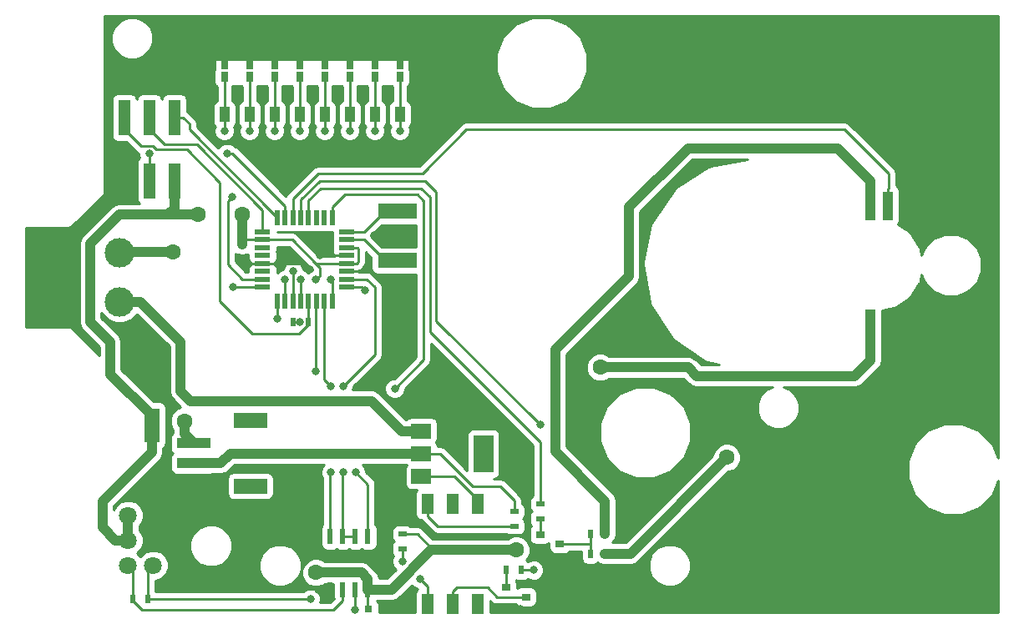
<source format=gbr>
G04 #@! TF.GenerationSoftware,KiCad,Pcbnew,(2017-01-15 revision 8ac4790)-makepkg*
G04 #@! TF.CreationDate,2017-10-15T11:46:17+02:00*
G04 #@! TF.ProjectId,Fallblatt-Controller,46616C6C626C6174742D436F6E74726F,1.1*
G04 #@! TF.FileFunction,Copper,L1,Top,Signal*
G04 #@! TF.FilePolarity,Positive*
%FSLAX46Y46*%
G04 Gerber Fmt 4.6, Leading zero omitted, Abs format (unit mm)*
G04 Created by KiCad (PCBNEW (2017-01-15 revision 8ac4790)-makepkg) date 10/15/17 11:46:17*
%MOMM*%
%LPD*%
G01*
G04 APERTURE LIST*
%ADD10C,0.100000*%
%ADD11R,0.800000X1.000000*%
%ADD12R,0.750000X0.800000*%
%ADD13R,0.800000X0.750000*%
%ADD14R,1.600000X3.500000*%
%ADD15R,2.000000X1.500000*%
%ADD16R,2.000000X3.800000*%
%ADD17R,3.400000X1.500000*%
%ADD18R,3.500000X1.000000*%
%ADD19C,1.800000*%
%ADD20C,3.000000*%
%ADD21R,0.900000X0.800000*%
%ADD22R,0.500000X0.900000*%
%ADD23R,0.900000X0.500000*%
%ADD24R,1.100000X1.500000*%
%ADD25R,0.550000X1.600000*%
%ADD26R,1.600000X0.550000*%
%ADD27R,0.600000X1.550000*%
%ADD28R,4.000000X1.500000*%
%ADD29R,4.000000X1.700000*%
%ADD30R,1.000000X3.000000*%
%ADD31R,1.270000X3.600000*%
%ADD32R,1.200000X2.000000*%
%ADD33C,0.800000*%
%ADD34C,1.600000*%
%ADD35C,0.250000*%
%ADD36C,1.000000*%
%ADD37C,0.254000*%
G04 APERTURE END LIST*
D10*
D11*
X90940000Y-65615000D03*
X93480000Y-65615000D03*
X96020000Y-65615000D03*
X98560000Y-65615000D03*
X101100000Y-65615000D03*
X103640000Y-65615000D03*
X103640000Y-66885000D03*
X101100000Y-66885000D03*
X98560000Y-66885000D03*
X96020000Y-66885000D03*
X93480000Y-66885000D03*
X90940000Y-66885000D03*
X88400000Y-66885000D03*
X88400000Y-65615000D03*
X85860000Y-66885000D03*
X85860000Y-65615000D03*
D12*
X87638000Y-83924000D03*
X87638000Y-85424000D03*
D13*
X101969000Y-120904000D03*
X100469000Y-120904000D03*
D14*
X78500000Y-96868000D03*
X78500000Y-102268000D03*
D15*
X105816000Y-102856000D03*
X105816000Y-107456000D03*
X105816000Y-105156000D03*
D16*
X112116000Y-105156000D03*
D17*
X88500000Y-101750000D03*
X88500000Y-108450000D03*
D18*
X82750000Y-104100000D03*
X82750000Y-106100000D03*
D19*
X76100000Y-116500000D03*
X76100000Y-113960000D03*
X76100000Y-111420000D03*
X78640000Y-116500000D03*
X78640000Y-113960000D03*
X78640000Y-111420000D03*
D20*
X75250000Y-84750000D03*
X75250000Y-89750000D03*
D21*
X119872000Y-114300000D03*
X117872000Y-115250000D03*
X117872000Y-113350000D03*
D22*
X94349000Y-91821000D03*
X92849000Y-91821000D03*
D23*
X103886000Y-114796000D03*
X103886000Y-113296000D03*
X115268000Y-112522000D03*
X115268000Y-111022000D03*
X117856000Y-110248000D03*
X117856000Y-111748000D03*
D22*
X76586000Y-119888000D03*
X78086000Y-119888000D03*
X122948000Y-115316000D03*
X124448000Y-115316000D03*
X124448000Y-113284000D03*
X122948000Y-113284000D03*
D24*
X103640000Y-61800000D03*
X103640000Y-70700000D03*
X101100000Y-61800000D03*
X101100000Y-70700000D03*
X98560000Y-61800000D03*
X98560000Y-70700000D03*
X96020000Y-61800000D03*
X96020000Y-70700000D03*
X93480000Y-70700000D03*
X93480000Y-61800000D03*
X90940000Y-70700000D03*
X90940000Y-61800000D03*
X88400000Y-70700000D03*
X88400000Y-61800000D03*
X85860000Y-61800000D03*
X85860000Y-70700000D03*
D25*
X96788000Y-89698000D03*
X95988000Y-89698000D03*
X95188000Y-89698000D03*
X94388000Y-89698000D03*
X93588000Y-89698000D03*
X92788000Y-89698000D03*
X91988000Y-89698000D03*
X91188000Y-89698000D03*
D26*
X89738000Y-88248000D03*
X89738000Y-87448000D03*
X89738000Y-86648000D03*
X89738000Y-85848000D03*
X89738000Y-85048000D03*
X89738000Y-84248000D03*
X89738000Y-83448000D03*
X89738000Y-82648000D03*
D25*
X91188000Y-81198000D03*
X91988000Y-81198000D03*
X92788000Y-81198000D03*
X93588000Y-81198000D03*
X94388000Y-81198000D03*
X95188000Y-81198000D03*
X95988000Y-81198000D03*
X96788000Y-81198000D03*
D26*
X98238000Y-82648000D03*
X98238000Y-83448000D03*
X98238000Y-84248000D03*
X98238000Y-85048000D03*
X98238000Y-85848000D03*
X98238000Y-86648000D03*
X98238000Y-87448000D03*
X98238000Y-88248000D03*
D27*
X100405000Y-118950000D03*
X99135000Y-118950000D03*
X97865000Y-118950000D03*
X96595000Y-118950000D03*
X96595000Y-113550000D03*
X97865000Y-113550000D03*
X99135000Y-113550000D03*
X100405000Y-113550000D03*
D28*
X103378000Y-85558000D03*
X103378000Y-80558000D03*
D29*
X103378000Y-83058000D03*
D30*
X151350000Y-80000000D03*
X153150000Y-80000000D03*
X153150000Y-92000000D03*
X151350000Y-92000000D03*
D31*
X80790000Y-77450000D03*
X78250000Y-77450000D03*
X75710000Y-77450000D03*
X75710000Y-71050000D03*
X78250000Y-71050000D03*
X80790000Y-71050000D03*
D32*
X106460000Y-120396000D03*
X109000000Y-120396000D03*
X111540000Y-120396000D03*
X111540000Y-110236000D03*
X109000000Y-110236000D03*
X106460000Y-110236000D03*
D21*
X116427000Y-119695000D03*
X114427000Y-120645000D03*
X114427000Y-118745000D03*
D22*
X115939000Y-116967000D03*
X114439000Y-116967000D03*
D33*
X115824000Y-120904000D03*
D34*
X76750000Y-94000000D03*
X73200000Y-80400000D03*
D33*
X102870000Y-120904000D03*
X95377000Y-118999000D03*
D34*
X121412000Y-101981000D03*
D33*
X101000000Y-83000000D03*
X94500000Y-86500000D03*
X95500000Y-85000000D03*
D34*
X115443000Y-114935000D03*
D33*
X95123000Y-87503000D03*
X93498998Y-91821000D03*
D34*
X87630000Y-80899000D03*
X83185000Y-80899000D03*
X123952000Y-96393000D03*
X95123000Y-117221000D03*
D33*
X117856000Y-102235000D03*
D34*
X136779000Y-105537000D03*
D33*
X86106000Y-74676000D03*
X78232000Y-74676000D03*
D34*
X81788000Y-101854000D03*
X80645000Y-84709000D03*
D33*
X99060000Y-121031000D03*
X94615000Y-119888000D03*
X105664000Y-117856000D03*
X103886000Y-116078000D03*
X100076000Y-88551021D03*
X103632000Y-72390000D03*
X96647000Y-87503000D03*
X101092000Y-72390000D03*
X93599000Y-87503000D03*
X98552000Y-72390000D03*
X92837000Y-86614000D03*
X96012000Y-72390000D03*
X91948000Y-87503000D03*
X93472000Y-72390000D03*
X91186000Y-91440000D03*
X90932000Y-72390000D03*
X86741000Y-88265000D03*
X88392000Y-72390000D03*
X86614000Y-79121000D03*
X85852000Y-72390000D03*
X96647000Y-98298000D03*
X96647000Y-107061000D03*
X95123000Y-96774000D03*
X99187000Y-107061000D03*
X97917000Y-98298000D03*
X97917000Y-107061000D03*
X117221000Y-116967000D03*
X103124000Y-98552000D03*
D35*
X98238000Y-86648000D02*
X100498000Y-86648000D01*
X114427000Y-120645000D02*
X115565000Y-120645000D01*
X115565000Y-120645000D02*
X115824000Y-120904000D01*
D36*
X78500000Y-96868000D02*
X78500000Y-95750000D01*
X78500000Y-95750000D02*
X76750000Y-94000000D01*
X75710000Y-77450000D02*
X75710000Y-77890000D01*
X75710000Y-77890000D02*
X73200000Y-80400000D01*
D35*
X101969000Y-120904000D02*
X102870000Y-120904000D01*
X102997000Y-120904000D02*
X102870000Y-120904000D01*
X96595000Y-118950000D02*
X95426000Y-118950000D01*
X95426000Y-118950000D02*
X95377000Y-118999000D01*
X103378000Y-83058000D02*
X101058000Y-83058000D01*
X101058000Y-83058000D02*
X101000000Y-83000000D01*
X93848000Y-85848000D02*
X94500000Y-86500000D01*
X89738000Y-85848000D02*
X93848000Y-85848000D01*
X98238000Y-85048000D02*
X95548000Y-85048000D01*
X95548000Y-85048000D02*
X95500000Y-85000000D01*
X87638000Y-85424000D02*
X88062000Y-85848000D01*
X88062000Y-85848000D02*
X89738000Y-85848000D01*
D36*
X76100000Y-113960000D02*
X76100000Y-111420000D01*
D35*
X99436000Y-84336000D02*
X99348000Y-84248000D01*
X99348000Y-84248000D02*
X98238000Y-84248000D01*
X99436000Y-85700000D02*
X99436000Y-84336000D01*
X98238000Y-85848000D02*
X99288000Y-85848000D01*
X99288000Y-85848000D02*
X99436000Y-85700000D01*
X106836000Y-114710000D02*
X105422000Y-113296000D01*
X105422000Y-113296000D02*
X103886000Y-113296000D01*
X106836000Y-114935000D02*
X106836000Y-114710000D01*
D36*
X76100000Y-113960000D02*
X74827208Y-113960000D01*
X74827208Y-113960000D02*
X73533000Y-112665792D01*
X73533000Y-112665792D02*
X73533000Y-109982000D01*
X74247000Y-109268000D02*
X73533000Y-109982000D01*
X74250000Y-109268000D02*
X74247000Y-109268000D01*
X80141000Y-80899000D02*
X75184000Y-80899000D01*
X75184000Y-80899000D02*
X72263000Y-83820000D01*
X72263000Y-83820000D02*
X72263000Y-91821000D01*
X72263000Y-91821000D02*
X74295000Y-93853000D01*
X74295000Y-93853000D02*
X74295000Y-97113000D01*
X74295000Y-97113000D02*
X78500000Y-101318000D01*
X78500000Y-101318000D02*
X78500000Y-102268000D01*
X74250000Y-109268000D02*
X78500000Y-105018000D01*
X78500000Y-105018000D02*
X78500000Y-102268000D01*
X102821000Y-118950000D02*
X106836000Y-114935000D01*
X106836000Y-114935000D02*
X115443000Y-114935000D01*
X102821000Y-118950000D02*
X100405000Y-118950000D01*
D35*
X95522999Y-87103001D02*
X95522999Y-86251999D01*
X95522999Y-86251999D02*
X95119000Y-85848000D01*
X95123000Y-87503000D02*
X95522999Y-87103001D01*
X92849000Y-91821000D02*
X93498998Y-91821000D01*
D36*
X87630000Y-80899000D02*
X87630000Y-83916000D01*
X87630000Y-83916000D02*
X87638000Y-83924000D01*
X82550000Y-80899000D02*
X83185000Y-80899000D01*
D35*
X92710000Y-83439000D02*
X95119000Y-85848000D01*
X95119000Y-85848000D02*
X98238000Y-85848000D01*
X90797000Y-83439000D02*
X92710000Y-83439000D01*
X89738000Y-83448000D02*
X90788000Y-83448000D01*
X90788000Y-83448000D02*
X90797000Y-83439000D01*
X87638000Y-83924000D02*
X88114000Y-83448000D01*
X88114000Y-83448000D02*
X89738000Y-83448000D01*
D36*
X81153000Y-80899000D02*
X82550000Y-80899000D01*
X80141000Y-80899000D02*
X81153000Y-80899000D01*
X149733000Y-97282000D02*
X151350000Y-95665000D01*
X151350000Y-95665000D02*
X151350000Y-92000000D01*
X133731000Y-97282000D02*
X149733000Y-97282000D01*
X132842000Y-96393000D02*
X133731000Y-97282000D01*
X123952000Y-96393000D02*
X132842000Y-96393000D01*
X100405000Y-118950000D02*
X100405000Y-117884998D01*
X100405000Y-117884998D02*
X99741002Y-117221000D01*
X99741002Y-117221000D02*
X95123000Y-117221000D01*
D35*
X100405000Y-118950000D02*
X100405000Y-120840000D01*
X100405000Y-120840000D02*
X100469000Y-120904000D01*
D36*
X80141000Y-80899000D02*
X80790000Y-80250000D01*
X80790000Y-80250000D02*
X80790000Y-77450000D01*
X75250000Y-89750000D02*
X77371320Y-89750000D01*
X77371320Y-89750000D02*
X81407000Y-93785680D01*
X81407000Y-93785680D02*
X81407000Y-98806000D01*
X81407000Y-98806000D02*
X82423000Y-99822000D01*
X100782000Y-99822000D02*
X103816000Y-102856000D01*
X82423000Y-99822000D02*
X100782000Y-99822000D01*
X103816000Y-102856000D02*
X105816000Y-102856000D01*
D35*
X105816000Y-107456000D02*
X109160000Y-107456000D01*
X109160000Y-107456000D02*
X111540000Y-109836000D01*
X111540000Y-109836000D02*
X111540000Y-110236000D01*
X113792000Y-108458000D02*
X115268000Y-109934000D01*
X115268000Y-109934000D02*
X115268000Y-111022000D01*
X110998000Y-108458000D02*
X113792000Y-108458000D01*
X107696000Y-105156000D02*
X110998000Y-108458000D01*
X105816000Y-105156000D02*
X107696000Y-105156000D01*
D36*
X82750000Y-106100000D02*
X85500000Y-106100000D01*
X85500000Y-106100000D02*
X86444000Y-105156000D01*
X86444000Y-105156000D02*
X103816000Y-105156000D01*
X103816000Y-105156000D02*
X105816000Y-105156000D01*
D35*
X95504000Y-77470000D02*
X93588000Y-79386000D01*
X93588000Y-79386000D02*
X93588000Y-81198000D01*
X106172000Y-77470000D02*
X95504000Y-77470000D01*
X107315000Y-78613000D02*
X106172000Y-77470000D01*
X107315000Y-91694000D02*
X107315000Y-78613000D01*
X117856000Y-102235000D02*
X107315000Y-91694000D01*
D36*
X136779000Y-105537000D02*
X127000000Y-115316000D01*
X127000000Y-115316000D02*
X124448000Y-115316000D01*
X119380000Y-104902000D02*
X124448000Y-109970000D01*
X124448000Y-109970000D02*
X124448000Y-113284000D01*
X119380000Y-94615000D02*
X119380000Y-104902000D01*
X126873000Y-87122000D02*
X119380000Y-94615000D01*
X126873000Y-80137000D02*
X126873000Y-87122000D01*
X132842000Y-74168000D02*
X126873000Y-80137000D01*
X148018000Y-74168000D02*
X132842000Y-74168000D01*
X151350000Y-80000000D02*
X151350000Y-77500000D01*
X151350000Y-77500000D02*
X148018000Y-74168000D01*
D35*
X153150000Y-80000000D02*
X153150000Y-78250000D01*
X153162000Y-78238000D02*
X153162000Y-76708000D01*
X153150000Y-78250000D02*
X153162000Y-78238000D01*
X153162000Y-76708000D02*
X148717000Y-72263000D01*
X148717000Y-72263000D02*
X110363000Y-72263000D01*
X110363000Y-72263000D02*
X105918000Y-76708000D01*
X105918000Y-76708000D02*
X95377000Y-76708000D01*
X95377000Y-76708000D02*
X92788000Y-79297000D01*
X92788000Y-79297000D02*
X92788000Y-81198000D01*
X80790000Y-71050000D02*
X81675000Y-71050000D01*
X81675000Y-71050000D02*
X82296000Y-71671000D01*
X82296000Y-71671000D02*
X82296000Y-72263000D01*
X82296000Y-72263000D02*
X90805000Y-80772000D01*
X90805000Y-80772000D02*
X90805000Y-80815000D01*
X90805000Y-80815000D02*
X91188000Y-81198000D01*
X91188000Y-80563000D02*
X91188000Y-81198000D01*
X89738000Y-82123000D02*
X89738000Y-82648000D01*
X78250000Y-71050000D02*
X78250000Y-72215000D01*
X79822000Y-73787000D02*
X83073413Y-73787000D01*
X83073413Y-73787000D02*
X89738000Y-80451587D01*
X78250000Y-72215000D02*
X79822000Y-73787000D01*
X89738000Y-80451587D02*
X89738000Y-82123000D01*
X86106000Y-74676000D02*
X86671685Y-74676000D01*
X86671685Y-74676000D02*
X91988000Y-79992315D01*
X91988000Y-79992315D02*
X91988000Y-80148000D01*
X91988000Y-80148000D02*
X91988000Y-81198000D01*
X78250000Y-77450000D02*
X78250000Y-74694000D01*
X78250000Y-74694000D02*
X78232000Y-74676000D01*
X94349000Y-91821000D02*
X94349000Y-92021000D01*
X93406000Y-92964000D02*
X88646000Y-92964000D01*
X75710000Y-72215000D02*
X75710000Y-71050000D01*
X78924004Y-74295000D02*
X78580002Y-73950998D01*
X94349000Y-92021000D02*
X93406000Y-92964000D01*
X77445998Y-73950998D02*
X75710000Y-72215000D01*
X78580002Y-73950998D02*
X77445998Y-73950998D01*
X82042000Y-74295000D02*
X78924004Y-74295000D01*
X85373842Y-89691842D02*
X85373842Y-77626842D01*
X88646000Y-92964000D02*
X85373842Y-89691842D01*
X85373842Y-77626842D02*
X82042000Y-74295000D01*
X94388000Y-89698000D02*
X94388000Y-91782000D01*
X94388000Y-91782000D02*
X94349000Y-91821000D01*
D36*
X80645000Y-84709000D02*
X75291000Y-84709000D01*
X75291000Y-84709000D02*
X75250000Y-84750000D01*
X81788000Y-101854000D02*
X81788000Y-103138000D01*
X81788000Y-103138000D02*
X82750000Y-104100000D01*
X80604000Y-84750000D02*
X80645000Y-84709000D01*
D35*
X97865000Y-118950000D02*
X97865000Y-120067000D01*
X97865000Y-120067000D02*
X96901000Y-121031000D01*
X96901000Y-121031000D02*
X77529000Y-121031000D01*
X77529000Y-121031000D02*
X76586000Y-120088000D01*
X76586000Y-120088000D02*
X76586000Y-119888000D01*
X76586000Y-119888000D02*
X76586000Y-116986000D01*
X76586000Y-116986000D02*
X76100000Y-116500000D01*
X79236000Y-119888000D02*
X78086000Y-119888000D01*
X78086000Y-119888000D02*
X78086000Y-117054000D01*
X78086000Y-117054000D02*
X78640000Y-116500000D01*
X99060000Y-121031000D02*
X99060000Y-119025000D01*
X99060000Y-119025000D02*
X99135000Y-118950000D01*
X79236000Y-119888000D02*
X94615000Y-119888000D01*
X106460000Y-110236000D02*
X106460000Y-111486000D01*
X106460000Y-111486000D02*
X107496000Y-112522000D01*
X107496000Y-112522000D02*
X114568000Y-112522000D01*
X114568000Y-112522000D02*
X115268000Y-112522000D01*
X103886000Y-114796000D02*
X103886000Y-116078000D01*
X105664000Y-117856000D02*
X106460000Y-118652000D01*
X106460000Y-118652000D02*
X106460000Y-120396000D01*
X122948000Y-114288000D02*
X122948000Y-115316000D01*
X119872000Y-114300000D02*
X122936000Y-114300000D01*
X122936000Y-114300000D02*
X122948000Y-114288000D01*
X122948000Y-114288000D02*
X122948000Y-113284000D01*
X117856000Y-111748000D02*
X117856000Y-113334000D01*
X117856000Y-113334000D02*
X117872000Y-113350000D01*
X106680000Y-92837000D02*
X106680000Y-79121000D01*
X117856000Y-104013000D02*
X106680000Y-92837000D01*
X95631000Y-78232000D02*
X94388000Y-79475000D01*
X94388000Y-79475000D02*
X94388000Y-81198000D01*
X105791000Y-78232000D02*
X95631000Y-78232000D01*
X106680000Y-79121000D02*
X105791000Y-78232000D01*
X117856000Y-110248000D02*
X117856000Y-104013000D01*
X99772979Y-88248000D02*
X100076000Y-88551021D01*
X98238000Y-88248000D02*
X99772979Y-88248000D01*
X103640000Y-70700000D02*
X103640000Y-72382000D01*
X103640000Y-72382000D02*
X103632000Y-72390000D01*
X103640000Y-66885000D02*
X103640000Y-67635000D01*
X103640000Y-67635000D02*
X103640000Y-70700000D01*
X96788000Y-89698000D02*
X96788000Y-87644000D01*
X96788000Y-87644000D02*
X96647000Y-87503000D01*
X101100000Y-70700000D02*
X101100000Y-72382000D01*
X101100000Y-72382000D02*
X101092000Y-72390000D01*
X101100000Y-66885000D02*
X101100000Y-70700000D01*
X93599000Y-87503000D02*
X93599000Y-89687000D01*
X93599000Y-89687000D02*
X93588000Y-89698000D01*
X98560000Y-70700000D02*
X98560000Y-72382000D01*
X98560000Y-72382000D02*
X98552000Y-72390000D01*
X98560000Y-66885000D02*
X98560000Y-67635000D01*
X98560000Y-67635000D02*
X98560000Y-70700000D01*
X92837000Y-86614000D02*
X92837000Y-89649000D01*
X92837000Y-89649000D02*
X92788000Y-89698000D01*
X96020000Y-70700000D02*
X96020000Y-72382000D01*
X96020000Y-72382000D02*
X96012000Y-72390000D01*
X96020000Y-66885000D02*
X96020000Y-70700000D01*
X91948000Y-87503000D02*
X91948000Y-89658000D01*
X91948000Y-89658000D02*
X91988000Y-89698000D01*
X93480000Y-70700000D02*
X93480000Y-72382000D01*
X93480000Y-72382000D02*
X93472000Y-72390000D01*
X93480000Y-66885000D02*
X93480000Y-67635000D01*
X93480000Y-67635000D02*
X93480000Y-70700000D01*
X91186000Y-91440000D02*
X91186000Y-89700000D01*
X91186000Y-89700000D02*
X91188000Y-89698000D01*
X90940000Y-70700000D02*
X90940000Y-72382000D01*
X90940000Y-72382000D02*
X90932000Y-72390000D01*
X90940000Y-66885000D02*
X90940000Y-70700000D01*
X86741000Y-88265000D02*
X89721000Y-88265000D01*
X89721000Y-88265000D02*
X89738000Y-88248000D01*
X88400000Y-70700000D02*
X88400000Y-72382000D01*
X88400000Y-72382000D02*
X88392000Y-72390000D01*
X88400000Y-66885000D02*
X88400000Y-67635000D01*
X88400000Y-67635000D02*
X88400000Y-70700000D01*
X86214001Y-85960001D02*
X87702000Y-87448000D01*
X86614000Y-79121000D02*
X86214001Y-79520999D01*
X86214001Y-79520999D02*
X86214001Y-85960001D01*
X87702000Y-87448000D02*
X88688000Y-87448000D01*
X88688000Y-87448000D02*
X89738000Y-87448000D01*
X85860000Y-70700000D02*
X85860000Y-72382000D01*
X85860000Y-72382000D02*
X85852000Y-72390000D01*
X85860000Y-66885000D02*
X85860000Y-67635000D01*
X85860000Y-67635000D02*
X85860000Y-70700000D01*
X96647000Y-98298000D02*
X95988000Y-97639000D01*
X95988000Y-97639000D02*
X95988000Y-89698000D01*
X96595000Y-113550000D02*
X96595000Y-107113000D01*
X96595000Y-107113000D02*
X96647000Y-107061000D01*
X95123000Y-96774000D02*
X95123000Y-89763000D01*
X95123000Y-89763000D02*
X95188000Y-89698000D01*
X100405000Y-113550000D02*
X100405000Y-108279000D01*
X100405000Y-108279000D02*
X99187000Y-107061000D01*
X98238000Y-82648000D02*
X100038000Y-82648000D01*
X100038000Y-82648000D02*
X102128000Y-80558000D01*
X102128000Y-80558000D02*
X103378000Y-80558000D01*
X98238000Y-83448000D02*
X100018000Y-83448000D01*
X100018000Y-83448000D02*
X102128000Y-85558000D01*
X102128000Y-85558000D02*
X103378000Y-85558000D01*
X100272180Y-87448000D02*
X99288000Y-87448000D01*
X101092000Y-88267820D02*
X100272180Y-87448000D01*
X97917000Y-98298000D02*
X101092000Y-95123000D01*
X99288000Y-87448000D02*
X98238000Y-87448000D01*
X101092000Y-95123000D02*
X101092000Y-88267820D01*
X97865000Y-113550000D02*
X97865000Y-107113000D01*
X97865000Y-107113000D02*
X97917000Y-107061000D01*
X97865000Y-113550000D02*
X99135000Y-113550000D01*
X112522000Y-118745000D02*
X113472000Y-119695000D01*
X113472000Y-119695000D02*
X116427000Y-119695000D01*
X109401000Y-118745000D02*
X112522000Y-118745000D01*
X109000000Y-120396000D02*
X109000000Y-119146000D01*
X109000000Y-119146000D02*
X109401000Y-118745000D01*
X114427000Y-118745000D02*
X114427000Y-116979000D01*
X114427000Y-116979000D02*
X114439000Y-116967000D01*
X117221000Y-116967000D02*
X115939000Y-116967000D01*
X106045000Y-79502000D02*
X106045000Y-95631000D01*
X106045000Y-95631000D02*
X103124000Y-98552000D01*
X105410000Y-78867000D02*
X106045000Y-79502000D01*
X98069000Y-78867000D02*
X105410000Y-78867000D01*
X96788000Y-81198000D02*
X96788000Y-80148000D01*
X96788000Y-80148000D02*
X98069000Y-78867000D01*
D37*
G36*
X164290000Y-105600225D02*
X163681653Y-104127913D01*
X162378945Y-102822929D01*
X160676003Y-102115806D01*
X158832086Y-102114197D01*
X157127913Y-102818347D01*
X155822929Y-104121055D01*
X155115806Y-105823997D01*
X155114197Y-107667914D01*
X155818347Y-109372087D01*
X157121055Y-110677071D01*
X158823997Y-111384194D01*
X160667914Y-111385803D01*
X162372087Y-110681653D01*
X163677071Y-109378945D01*
X164290000Y-107902847D01*
X164290000Y-121290000D01*
X112787440Y-121290000D01*
X112787440Y-120085242D01*
X112934599Y-120232401D01*
X113181161Y-120397148D01*
X113472000Y-120455000D01*
X115453837Y-120455000D01*
X115519191Y-120552809D01*
X115729235Y-120693157D01*
X115977000Y-120742440D01*
X116877000Y-120742440D01*
X117124765Y-120693157D01*
X117334809Y-120552809D01*
X117475157Y-120342765D01*
X117524440Y-120095000D01*
X117524440Y-119295000D01*
X117475157Y-119047235D01*
X117334809Y-118837191D01*
X117124765Y-118696843D01*
X116877000Y-118647560D01*
X115977000Y-118647560D01*
X115729235Y-118696843D01*
X115524440Y-118833684D01*
X115524440Y-118345000D01*
X115475157Y-118097235D01*
X115403439Y-117989902D01*
X115441235Y-118015157D01*
X115689000Y-118064440D01*
X116189000Y-118064440D01*
X116436765Y-118015157D01*
X116646809Y-117874809D01*
X116660174Y-117854807D01*
X117014223Y-118001820D01*
X117425971Y-118002179D01*
X117806515Y-117844942D01*
X118097919Y-117554046D01*
X118255820Y-117173777D01*
X118256038Y-116922815D01*
X128864630Y-116922815D01*
X129188980Y-117707800D01*
X129789041Y-118308909D01*
X130573459Y-118634628D01*
X131422815Y-118635370D01*
X132207800Y-118311020D01*
X132808909Y-117710959D01*
X133134628Y-116926541D01*
X133135370Y-116077185D01*
X132811020Y-115292200D01*
X132210959Y-114691091D01*
X131426541Y-114365372D01*
X130577185Y-114364630D01*
X129792200Y-114688980D01*
X129191091Y-115289041D01*
X128865372Y-116073459D01*
X128864630Y-116922815D01*
X118256038Y-116922815D01*
X118256179Y-116762029D01*
X118098942Y-116381485D01*
X117808046Y-116090081D01*
X117427777Y-115932180D01*
X117016029Y-115931821D01*
X116659998Y-116078929D01*
X116646809Y-116059191D01*
X116467820Y-115939594D01*
X116658824Y-115748923D01*
X116877750Y-115221691D01*
X116878248Y-114650813D01*
X116660243Y-114123200D01*
X116256923Y-113719176D01*
X115729691Y-113500250D01*
X115158813Y-113499752D01*
X114631200Y-113717757D01*
X114548813Y-113800000D01*
X107000802Y-113800000D01*
X105959401Y-112758599D01*
X105712839Y-112593852D01*
X105422000Y-112536000D01*
X104715700Y-112536000D01*
X104583765Y-112447843D01*
X104336000Y-112398560D01*
X103436000Y-112398560D01*
X103188235Y-112447843D01*
X102978191Y-112588191D01*
X102837843Y-112798235D01*
X102788560Y-113046000D01*
X102788560Y-113546000D01*
X102837843Y-113793765D01*
X102978191Y-114003809D01*
X103041334Y-114046000D01*
X102978191Y-114088191D01*
X102837843Y-114298235D01*
X102788560Y-114546000D01*
X102788560Y-115046000D01*
X102837843Y-115293765D01*
X102978191Y-115503809D01*
X102998193Y-115517174D01*
X102851180Y-115871223D01*
X102850821Y-116282971D01*
X103008058Y-116663515D01*
X103254990Y-116910878D01*
X102350868Y-117815000D01*
X101526076Y-117815000D01*
X101453603Y-117450652D01*
X101207566Y-117082432D01*
X100543568Y-116418434D01*
X100485979Y-116379954D01*
X100175348Y-116172397D01*
X99741002Y-116086000D01*
X96017606Y-116086000D01*
X95936923Y-116005176D01*
X95409691Y-115786250D01*
X94838813Y-115785752D01*
X94311200Y-116003757D01*
X93907176Y-116407077D01*
X93688250Y-116934309D01*
X93687752Y-117505187D01*
X93905757Y-118032800D01*
X94309077Y-118436824D01*
X94836309Y-118655750D01*
X95407187Y-118656248D01*
X95934800Y-118438243D01*
X96017187Y-118356000D01*
X96917560Y-118356000D01*
X96917560Y-119725000D01*
X96953170Y-119904028D01*
X96586198Y-120271000D01*
X95576646Y-120271000D01*
X95649820Y-120094777D01*
X95650179Y-119683029D01*
X95492942Y-119302485D01*
X95202046Y-119011081D01*
X94821777Y-118853180D01*
X94410029Y-118852821D01*
X94029485Y-119010058D01*
X93911337Y-119128000D01*
X78892573Y-119128000D01*
X78846000Y-119058300D01*
X78846000Y-118035180D01*
X78943991Y-118035265D01*
X79508371Y-117802068D01*
X79940551Y-117370643D01*
X80126505Y-116922815D01*
X89364630Y-116922815D01*
X89688980Y-117707800D01*
X90289041Y-118308909D01*
X91073459Y-118634628D01*
X91922815Y-118635370D01*
X92707800Y-118311020D01*
X93308909Y-117710959D01*
X93634628Y-116926541D01*
X93635370Y-116077185D01*
X93311020Y-115292200D01*
X92710959Y-114691091D01*
X91926541Y-114365372D01*
X91077185Y-114364630D01*
X90292200Y-114688980D01*
X89691091Y-115289041D01*
X89365372Y-116073459D01*
X89364630Y-116922815D01*
X80126505Y-116922815D01*
X80174733Y-116806670D01*
X80175265Y-116196009D01*
X79942068Y-115631629D01*
X79510643Y-115199449D01*
X78946670Y-114965267D01*
X78336009Y-114964735D01*
X77771629Y-115197932D01*
X77369677Y-115599182D01*
X77000818Y-115229677D01*
X77308217Y-114922815D01*
X82364630Y-114922815D01*
X82688980Y-115707800D01*
X83289041Y-116308909D01*
X84073459Y-116634628D01*
X84922815Y-116635370D01*
X85707800Y-116311020D01*
X86308909Y-115710959D01*
X86634628Y-114926541D01*
X86635370Y-114077185D01*
X86311020Y-113292200D01*
X85710959Y-112691091D01*
X84926541Y-112365372D01*
X84077185Y-112364630D01*
X83292200Y-112688980D01*
X82691091Y-113289041D01*
X82365372Y-114073459D01*
X82364630Y-114922815D01*
X77308217Y-114922815D01*
X77400551Y-114830643D01*
X77634733Y-114266670D01*
X77635265Y-113656009D01*
X77402068Y-113091629D01*
X77235000Y-112924269D01*
X77235000Y-112455905D01*
X77400551Y-112290643D01*
X77634733Y-111726670D01*
X77635265Y-111116009D01*
X77402068Y-110551629D01*
X76970643Y-110119449D01*
X76406670Y-109885267D01*
X75796009Y-109884735D01*
X75231629Y-110117932D01*
X74799449Y-110549357D01*
X74668000Y-110865921D01*
X74668000Y-110452132D01*
X75043528Y-110076605D01*
X75052566Y-110070566D01*
X77423132Y-107700000D01*
X86152560Y-107700000D01*
X86152560Y-109200000D01*
X86201843Y-109447765D01*
X86342191Y-109657809D01*
X86552235Y-109798157D01*
X86800000Y-109847440D01*
X90200000Y-109847440D01*
X90447765Y-109798157D01*
X90657809Y-109657809D01*
X90798157Y-109447765D01*
X90847440Y-109200000D01*
X90847440Y-107700000D01*
X90798157Y-107452235D01*
X90657809Y-107242191D01*
X90447765Y-107101843D01*
X90200000Y-107052560D01*
X86800000Y-107052560D01*
X86552235Y-107101843D01*
X86342191Y-107242191D01*
X86201843Y-107452235D01*
X86152560Y-107700000D01*
X77423132Y-107700000D01*
X79302566Y-105820566D01*
X79548604Y-105452345D01*
X79635000Y-105018000D01*
X79635000Y-104557868D01*
X79757809Y-104475809D01*
X79898157Y-104265765D01*
X79947440Y-104018000D01*
X79947440Y-100518000D01*
X79898157Y-100270235D01*
X79757809Y-100060191D01*
X79547765Y-99919843D01*
X79300000Y-99870560D01*
X78657692Y-99870560D01*
X75430000Y-96642868D01*
X75430000Y-93853000D01*
X75343603Y-93418654D01*
X75097566Y-93050434D01*
X73398000Y-91350868D01*
X73398000Y-90858621D01*
X73438980Y-90957800D01*
X74039041Y-91558909D01*
X74823459Y-91884628D01*
X75672815Y-91885370D01*
X76457800Y-91561020D01*
X77017992Y-91001804D01*
X80272000Y-94255812D01*
X80272000Y-98806000D01*
X80358397Y-99240346D01*
X80456826Y-99387655D01*
X80604434Y-99608566D01*
X81440698Y-100444830D01*
X80976200Y-100636757D01*
X80572176Y-101040077D01*
X80353250Y-101567309D01*
X80352752Y-102138187D01*
X80570757Y-102665800D01*
X80653000Y-102748187D01*
X80653000Y-103068150D01*
X80542191Y-103142191D01*
X80401843Y-103352235D01*
X80352560Y-103600000D01*
X80352560Y-104600000D01*
X80401843Y-104847765D01*
X80542191Y-105057809D01*
X80605334Y-105100000D01*
X80542191Y-105142191D01*
X80401843Y-105352235D01*
X80352560Y-105600000D01*
X80352560Y-106600000D01*
X80401843Y-106847765D01*
X80542191Y-107057809D01*
X80752235Y-107198157D01*
X81000000Y-107247440D01*
X84500000Y-107247440D01*
X84562541Y-107235000D01*
X85500000Y-107235000D01*
X85934346Y-107148603D01*
X86302566Y-106902566D01*
X86914132Y-106291000D01*
X95953354Y-106291000D01*
X95770081Y-106473954D01*
X95612180Y-106854223D01*
X95611821Y-107265971D01*
X95769058Y-107646515D01*
X95835000Y-107712572D01*
X95835000Y-112320470D01*
X95696843Y-112527235D01*
X95647560Y-112775000D01*
X95647560Y-114325000D01*
X95696843Y-114572765D01*
X95837191Y-114782809D01*
X96047235Y-114923157D01*
X96295000Y-114972440D01*
X96895000Y-114972440D01*
X97142765Y-114923157D01*
X97230000Y-114864868D01*
X97317235Y-114923157D01*
X97565000Y-114972440D01*
X98165000Y-114972440D01*
X98412765Y-114923157D01*
X98500000Y-114864868D01*
X98587235Y-114923157D01*
X98835000Y-114972440D01*
X99435000Y-114972440D01*
X99682765Y-114923157D01*
X99770000Y-114864868D01*
X99857235Y-114923157D01*
X100105000Y-114972440D01*
X100705000Y-114972440D01*
X100952765Y-114923157D01*
X101162809Y-114782809D01*
X101303157Y-114572765D01*
X101352440Y-114325000D01*
X101352440Y-112775000D01*
X101303157Y-112527235D01*
X101165000Y-112320470D01*
X101165000Y-108279000D01*
X101107148Y-107988161D01*
X100942401Y-107741599D01*
X100222035Y-107021233D01*
X100222179Y-106856029D01*
X100064942Y-106475485D01*
X99880779Y-106291000D01*
X104309541Y-106291000D01*
X104319564Y-106306000D01*
X104217843Y-106458235D01*
X104168560Y-106706000D01*
X104168560Y-108206000D01*
X104217843Y-108453765D01*
X104358191Y-108663809D01*
X104568235Y-108804157D01*
X104816000Y-108853440D01*
X105351911Y-108853440D01*
X105261843Y-108988235D01*
X105212560Y-109236000D01*
X105212560Y-111236000D01*
X105261843Y-111483765D01*
X105402191Y-111693809D01*
X105612235Y-111834157D01*
X105824341Y-111876347D01*
X105922599Y-112023401D01*
X106958599Y-113059401D01*
X107205160Y-113224148D01*
X107496000Y-113282000D01*
X114438300Y-113282000D01*
X114570235Y-113370157D01*
X114818000Y-113419440D01*
X115718000Y-113419440D01*
X115965765Y-113370157D01*
X116175809Y-113229809D01*
X116316157Y-113019765D01*
X116365440Y-112772000D01*
X116365440Y-112272000D01*
X116316157Y-112024235D01*
X116175809Y-111814191D01*
X116112666Y-111772000D01*
X116175809Y-111729809D01*
X116316157Y-111519765D01*
X116365440Y-111272000D01*
X116365440Y-110772000D01*
X116316157Y-110524235D01*
X116175809Y-110314191D01*
X116028000Y-110215427D01*
X116028000Y-109934000D01*
X116018306Y-109885267D01*
X115970148Y-109643160D01*
X115805401Y-109396599D01*
X114329401Y-107920599D01*
X114082839Y-107755852D01*
X113792000Y-107698000D01*
X113143349Y-107698000D01*
X113363765Y-107654157D01*
X113573809Y-107513809D01*
X113714157Y-107303765D01*
X113763440Y-107056000D01*
X113763440Y-103256000D01*
X113714157Y-103008235D01*
X113573809Y-102798191D01*
X113363765Y-102657843D01*
X113116000Y-102608560D01*
X111116000Y-102608560D01*
X110868235Y-102657843D01*
X110658191Y-102798191D01*
X110517843Y-103008235D01*
X110468560Y-103256000D01*
X110468560Y-106853758D01*
X108233401Y-104618599D01*
X107986839Y-104453852D01*
X107696000Y-104396000D01*
X107461451Y-104396000D01*
X107414157Y-104158235D01*
X107312436Y-104006000D01*
X107414157Y-103853765D01*
X107463440Y-103606000D01*
X107463440Y-102106000D01*
X107414157Y-101858235D01*
X107273809Y-101648191D01*
X107063765Y-101507843D01*
X106816000Y-101458560D01*
X104816000Y-101458560D01*
X104568235Y-101507843D01*
X104358191Y-101648191D01*
X104309541Y-101721000D01*
X104286132Y-101721000D01*
X101584566Y-99019434D01*
X101381149Y-98883515D01*
X101216346Y-98773397D01*
X100782000Y-98687000D01*
X98876155Y-98687000D01*
X98951820Y-98504777D01*
X98951966Y-98337836D01*
X101629401Y-95660401D01*
X101794148Y-95413839D01*
X101852000Y-95123000D01*
X101852000Y-88267820D01*
X101794148Y-87976981D01*
X101629401Y-87730419D01*
X100809581Y-86910599D01*
X100563019Y-86745852D01*
X100272180Y-86688000D01*
X99455115Y-86688000D01*
X99395251Y-86648000D01*
X99495809Y-86580809D01*
X99506709Y-86564496D01*
X99578839Y-86550148D01*
X99825401Y-86385401D01*
X99973401Y-86237401D01*
X100138148Y-85990839D01*
X100196000Y-85700000D01*
X100196000Y-84700802D01*
X100730560Y-85235362D01*
X100730560Y-86308000D01*
X100779843Y-86555765D01*
X100920191Y-86765809D01*
X101130235Y-86906157D01*
X101378000Y-86955440D01*
X105285000Y-86955440D01*
X105285000Y-95316198D01*
X103084233Y-97516965D01*
X102919029Y-97516821D01*
X102538485Y-97674058D01*
X102247081Y-97964954D01*
X102089180Y-98345223D01*
X102088821Y-98756971D01*
X102246058Y-99137515D01*
X102536954Y-99428919D01*
X102917223Y-99586820D01*
X103328971Y-99587179D01*
X103709515Y-99429942D01*
X104000919Y-99139046D01*
X104158820Y-98758777D01*
X104158966Y-98591836D01*
X106582401Y-96168401D01*
X106747148Y-95921839D01*
X106805000Y-95631000D01*
X106805000Y-94036802D01*
X117096000Y-104327802D01*
X117096000Y-109441427D01*
X116948191Y-109540191D01*
X116807843Y-109750235D01*
X116758560Y-109998000D01*
X116758560Y-110498000D01*
X116807843Y-110745765D01*
X116948191Y-110955809D01*
X117011334Y-110998000D01*
X116948191Y-111040191D01*
X116807843Y-111250235D01*
X116758560Y-111498000D01*
X116758560Y-111998000D01*
X116807843Y-112245765D01*
X116948191Y-112455809D01*
X116983416Y-112479345D01*
X116964191Y-112492191D01*
X116823843Y-112702235D01*
X116774560Y-112950000D01*
X116774560Y-113750000D01*
X116823843Y-113997765D01*
X116964191Y-114207809D01*
X117174235Y-114348157D01*
X117422000Y-114397440D01*
X118322000Y-114397440D01*
X118569765Y-114348157D01*
X118774560Y-114211316D01*
X118774560Y-114700000D01*
X118823843Y-114947765D01*
X118964191Y-115157809D01*
X119174235Y-115298157D01*
X119422000Y-115347440D01*
X120322000Y-115347440D01*
X120569765Y-115298157D01*
X120779809Y-115157809D01*
X120845163Y-115060000D01*
X122050560Y-115060000D01*
X122050560Y-115766000D01*
X122099843Y-116013765D01*
X122240191Y-116223809D01*
X122450235Y-116364157D01*
X122698000Y-116413440D01*
X123198000Y-116413440D01*
X123445765Y-116364157D01*
X123655809Y-116223809D01*
X123698000Y-116160666D01*
X123740191Y-116223809D01*
X123950235Y-116364157D01*
X124198000Y-116413440D01*
X124259174Y-116413440D01*
X124448000Y-116451000D01*
X127000000Y-116451000D01*
X127434346Y-116364603D01*
X127802566Y-116118566D01*
X136948984Y-106972148D01*
X137063187Y-106972248D01*
X137590800Y-106754243D01*
X137994824Y-106350923D01*
X138213750Y-105823691D01*
X138214248Y-105252813D01*
X137996243Y-104725200D01*
X137592923Y-104321176D01*
X137065691Y-104102250D01*
X136494813Y-104101752D01*
X135967200Y-104319757D01*
X135563176Y-104723077D01*
X135344250Y-105250309D01*
X135344148Y-105366720D01*
X126529868Y-114181000D01*
X125163031Y-114181000D01*
X125206422Y-114116062D01*
X125250566Y-114086566D01*
X125496603Y-113718346D01*
X125583000Y-113284000D01*
X125583000Y-109970000D01*
X125496603Y-109535654D01*
X125250566Y-109167434D01*
X120515000Y-104431868D01*
X120515000Y-103917914D01*
X123864197Y-103917914D01*
X124568347Y-105622087D01*
X125871055Y-106927071D01*
X127573997Y-107634194D01*
X129417914Y-107635803D01*
X131122087Y-106931653D01*
X132427071Y-105628945D01*
X133134194Y-103926003D01*
X133135803Y-102082086D01*
X132431653Y-100377913D01*
X131128945Y-99072929D01*
X129426003Y-98365806D01*
X127582086Y-98364197D01*
X125877913Y-99068347D01*
X124572929Y-100371055D01*
X123865806Y-102073997D01*
X123864197Y-103917914D01*
X120515000Y-103917914D01*
X120515000Y-95085132D01*
X127675566Y-87924566D01*
X127807175Y-87727599D01*
X127921603Y-87556346D01*
X128008000Y-87122000D01*
X128008000Y-80607132D01*
X133312132Y-75303000D01*
X138871033Y-75303000D01*
X135196688Y-75967524D01*
X135011781Y-76040367D01*
X134938938Y-76069062D01*
X131646935Y-78186666D01*
X131447663Y-78379111D01*
X129216621Y-81595317D01*
X129106162Y-81849371D01*
X128275737Y-85674540D01*
X128273989Y-85774843D01*
X128270909Y-85951526D01*
X128967524Y-89803312D01*
X129021308Y-89939839D01*
X129069062Y-90061062D01*
X131186666Y-93353065D01*
X131379111Y-93552337D01*
X134595317Y-95783380D01*
X134772385Y-95860366D01*
X134849371Y-95893838D01*
X136015506Y-96147000D01*
X134201132Y-96147000D01*
X133644566Y-95590434D01*
X133485933Y-95484439D01*
X133276346Y-95344397D01*
X132842000Y-95258000D01*
X124846606Y-95258000D01*
X124765923Y-95177176D01*
X124238691Y-94958250D01*
X123667813Y-94957752D01*
X123140200Y-95175757D01*
X122736176Y-95579077D01*
X122517250Y-96106309D01*
X122516752Y-96677187D01*
X122734757Y-97204800D01*
X123138077Y-97608824D01*
X123665309Y-97827750D01*
X124236187Y-97828248D01*
X124763800Y-97610243D01*
X124846187Y-97528000D01*
X132371868Y-97528000D01*
X132928434Y-98084566D01*
X133296654Y-98330603D01*
X133731000Y-98417000D01*
X141450440Y-98417000D01*
X140792200Y-98688980D01*
X140191091Y-99289041D01*
X139865372Y-100073459D01*
X139864630Y-100922815D01*
X140188980Y-101707800D01*
X140789041Y-102308909D01*
X141573459Y-102634628D01*
X142422815Y-102635370D01*
X143207800Y-102311020D01*
X143808909Y-101710959D01*
X144134628Y-100926541D01*
X144135370Y-100077185D01*
X143811020Y-99292200D01*
X143210959Y-98691091D01*
X142550875Y-98417000D01*
X149733000Y-98417000D01*
X150167346Y-98330603D01*
X150535566Y-98084566D01*
X152152566Y-96467566D01*
X152398603Y-96099346D01*
X152411904Y-96032476D01*
X152485000Y-95665000D01*
X152485000Y-93562541D01*
X152497440Y-93500000D01*
X152497440Y-90624963D01*
X153669248Y-90391876D01*
X153925189Y-90285861D01*
X155222882Y-89418771D01*
X155418770Y-89222882D01*
X156285861Y-87925189D01*
X156311620Y-87863001D01*
X156391876Y-87669248D01*
X156523737Y-87006340D01*
X156840727Y-87773515D01*
X157721847Y-88656174D01*
X158873674Y-89134454D01*
X160120854Y-89135543D01*
X161273515Y-88659273D01*
X162156174Y-87778153D01*
X162634454Y-86626326D01*
X162635543Y-85379146D01*
X162159273Y-84226485D01*
X161278153Y-83343826D01*
X160126326Y-82865546D01*
X158879146Y-82864457D01*
X157726485Y-83340727D01*
X156843826Y-84221847D01*
X156523609Y-84993017D01*
X156391876Y-84330752D01*
X156285861Y-84074811D01*
X155418770Y-82777118D01*
X155326652Y-82685000D01*
X155222882Y-82581229D01*
X154164003Y-81873709D01*
X154248157Y-81747765D01*
X154297440Y-81500000D01*
X154297440Y-78500000D01*
X154248157Y-78252235D01*
X154107809Y-78042191D01*
X153922000Y-77918036D01*
X153922000Y-76708000D01*
X153864148Y-76417161D01*
X153864148Y-76417160D01*
X153699401Y-76170599D01*
X149254401Y-71725599D01*
X149007839Y-71560852D01*
X148717000Y-71503000D01*
X110363000Y-71503000D01*
X110072160Y-71560852D01*
X109825599Y-71725599D01*
X105603198Y-75948000D01*
X95377000Y-75948000D01*
X95086161Y-76005852D01*
X94839599Y-76170599D01*
X92250599Y-78759599D01*
X92085852Y-79006161D01*
X92084325Y-79013838D01*
X87209086Y-74138599D01*
X86962524Y-73973852D01*
X86843972Y-73950270D01*
X86693046Y-73799081D01*
X86312777Y-73641180D01*
X85901029Y-73640821D01*
X85520485Y-73798058D01*
X85229081Y-74088954D01*
X85219597Y-74111795D01*
X83056000Y-71948198D01*
X83056000Y-71671000D01*
X82998148Y-71380161D01*
X82833401Y-71133599D01*
X82212401Y-70512599D01*
X82072440Y-70419080D01*
X82072440Y-69950000D01*
X84662560Y-69950000D01*
X84662560Y-71450000D01*
X84711843Y-71697765D01*
X84852191Y-71907809D01*
X84914307Y-71949314D01*
X84817180Y-72183223D01*
X84816821Y-72594971D01*
X84974058Y-72975515D01*
X85264954Y-73266919D01*
X85645223Y-73424820D01*
X86056971Y-73425179D01*
X86437515Y-73267942D01*
X86728919Y-72977046D01*
X86886820Y-72596777D01*
X86887179Y-72185029D01*
X86793226Y-71957644D01*
X86867809Y-71907809D01*
X87008157Y-71697765D01*
X87057440Y-71450000D01*
X87057440Y-69950000D01*
X87008157Y-69702235D01*
X86867809Y-69492191D01*
X86657765Y-69351843D01*
X86620000Y-69344331D01*
X86620000Y-67908163D01*
X86666639Y-67877000D01*
X87593361Y-67877000D01*
X87640000Y-67908163D01*
X87640000Y-69344331D01*
X87602235Y-69351843D01*
X87392191Y-69492191D01*
X87251843Y-69702235D01*
X87202560Y-69950000D01*
X87202560Y-71450000D01*
X87251843Y-71697765D01*
X87392191Y-71907809D01*
X87454307Y-71949314D01*
X87357180Y-72183223D01*
X87356821Y-72594971D01*
X87514058Y-72975515D01*
X87804954Y-73266919D01*
X88185223Y-73424820D01*
X88596971Y-73425179D01*
X88977515Y-73267942D01*
X89268919Y-72977046D01*
X89426820Y-72596777D01*
X89427179Y-72185029D01*
X89333226Y-71957644D01*
X89407809Y-71907809D01*
X89548157Y-71697765D01*
X89597440Y-71450000D01*
X89597440Y-69950000D01*
X89548157Y-69702235D01*
X89407809Y-69492191D01*
X89197765Y-69351843D01*
X89160000Y-69344331D01*
X89160000Y-67908163D01*
X89206639Y-67877000D01*
X90133361Y-67877000D01*
X90180000Y-67908163D01*
X90180000Y-69344331D01*
X90142235Y-69351843D01*
X89932191Y-69492191D01*
X89791843Y-69702235D01*
X89742560Y-69950000D01*
X89742560Y-71450000D01*
X89791843Y-71697765D01*
X89932191Y-71907809D01*
X89994307Y-71949314D01*
X89897180Y-72183223D01*
X89896821Y-72594971D01*
X90054058Y-72975515D01*
X90344954Y-73266919D01*
X90725223Y-73424820D01*
X91136971Y-73425179D01*
X91517515Y-73267942D01*
X91808919Y-72977046D01*
X91966820Y-72596777D01*
X91967179Y-72185029D01*
X91873226Y-71957644D01*
X91947809Y-71907809D01*
X92088157Y-71697765D01*
X92137440Y-71450000D01*
X92137440Y-69950000D01*
X92088157Y-69702235D01*
X91947809Y-69492191D01*
X91737765Y-69351843D01*
X91700000Y-69344331D01*
X91700000Y-67908163D01*
X91746639Y-67877000D01*
X92673361Y-67877000D01*
X92720000Y-67908163D01*
X92720000Y-69344331D01*
X92682235Y-69351843D01*
X92472191Y-69492191D01*
X92331843Y-69702235D01*
X92282560Y-69950000D01*
X92282560Y-71450000D01*
X92331843Y-71697765D01*
X92472191Y-71907809D01*
X92534307Y-71949314D01*
X92437180Y-72183223D01*
X92436821Y-72594971D01*
X92594058Y-72975515D01*
X92884954Y-73266919D01*
X93265223Y-73424820D01*
X93676971Y-73425179D01*
X94057515Y-73267942D01*
X94348919Y-72977046D01*
X94506820Y-72596777D01*
X94507179Y-72185029D01*
X94413226Y-71957644D01*
X94487809Y-71907809D01*
X94628157Y-71697765D01*
X94677440Y-71450000D01*
X94677440Y-69950000D01*
X94628157Y-69702235D01*
X94487809Y-69492191D01*
X94277765Y-69351843D01*
X94240000Y-69344331D01*
X94240000Y-67908163D01*
X94286639Y-67877000D01*
X95213361Y-67877000D01*
X95260000Y-67908163D01*
X95260000Y-69344331D01*
X95222235Y-69351843D01*
X95012191Y-69492191D01*
X94871843Y-69702235D01*
X94822560Y-69950000D01*
X94822560Y-71450000D01*
X94871843Y-71697765D01*
X95012191Y-71907809D01*
X95074307Y-71949314D01*
X94977180Y-72183223D01*
X94976821Y-72594971D01*
X95134058Y-72975515D01*
X95424954Y-73266919D01*
X95805223Y-73424820D01*
X96216971Y-73425179D01*
X96597515Y-73267942D01*
X96888919Y-72977046D01*
X97046820Y-72596777D01*
X97047179Y-72185029D01*
X96953226Y-71957644D01*
X97027809Y-71907809D01*
X97168157Y-71697765D01*
X97217440Y-71450000D01*
X97217440Y-69950000D01*
X97168157Y-69702235D01*
X97027809Y-69492191D01*
X96817765Y-69351843D01*
X96780000Y-69344331D01*
X96780000Y-67908163D01*
X96826639Y-67877000D01*
X97753361Y-67877000D01*
X97800000Y-67908163D01*
X97800000Y-69344331D01*
X97762235Y-69351843D01*
X97552191Y-69492191D01*
X97411843Y-69702235D01*
X97362560Y-69950000D01*
X97362560Y-71450000D01*
X97411843Y-71697765D01*
X97552191Y-71907809D01*
X97614307Y-71949314D01*
X97517180Y-72183223D01*
X97516821Y-72594971D01*
X97674058Y-72975515D01*
X97964954Y-73266919D01*
X98345223Y-73424820D01*
X98756971Y-73425179D01*
X99137515Y-73267942D01*
X99428919Y-72977046D01*
X99586820Y-72596777D01*
X99587179Y-72185029D01*
X99493226Y-71957644D01*
X99567809Y-71907809D01*
X99708157Y-71697765D01*
X99757440Y-71450000D01*
X99757440Y-69950000D01*
X99708157Y-69702235D01*
X99567809Y-69492191D01*
X99357765Y-69351843D01*
X99320000Y-69344331D01*
X99320000Y-67908163D01*
X99366639Y-67877000D01*
X100293361Y-67877000D01*
X100340000Y-67908163D01*
X100340000Y-69344331D01*
X100302235Y-69351843D01*
X100092191Y-69492191D01*
X99951843Y-69702235D01*
X99902560Y-69950000D01*
X99902560Y-71450000D01*
X99951843Y-71697765D01*
X100092191Y-71907809D01*
X100154307Y-71949314D01*
X100057180Y-72183223D01*
X100056821Y-72594971D01*
X100214058Y-72975515D01*
X100504954Y-73266919D01*
X100885223Y-73424820D01*
X101296971Y-73425179D01*
X101677515Y-73267942D01*
X101968919Y-72977046D01*
X102126820Y-72596777D01*
X102127179Y-72185029D01*
X102033226Y-71957644D01*
X102107809Y-71907809D01*
X102248157Y-71697765D01*
X102297440Y-71450000D01*
X102297440Y-69950000D01*
X102248157Y-69702235D01*
X102107809Y-69492191D01*
X101897765Y-69351843D01*
X101860000Y-69344331D01*
X101860000Y-67908163D01*
X101906639Y-67877000D01*
X102833361Y-67877000D01*
X102880000Y-67908163D01*
X102880000Y-69344331D01*
X102842235Y-69351843D01*
X102632191Y-69492191D01*
X102491843Y-69702235D01*
X102442560Y-69950000D01*
X102442560Y-71450000D01*
X102491843Y-71697765D01*
X102632191Y-71907809D01*
X102694307Y-71949314D01*
X102597180Y-72183223D01*
X102596821Y-72594971D01*
X102754058Y-72975515D01*
X103044954Y-73266919D01*
X103425223Y-73424820D01*
X103836971Y-73425179D01*
X104217515Y-73267942D01*
X104508919Y-72977046D01*
X104666820Y-72596777D01*
X104667179Y-72185029D01*
X104573226Y-71957644D01*
X104647809Y-71907809D01*
X104788157Y-71697765D01*
X104837440Y-71450000D01*
X104837440Y-69950000D01*
X104788157Y-69702235D01*
X104647809Y-69492191D01*
X104437765Y-69351843D01*
X104400000Y-69344331D01*
X104400000Y-67908163D01*
X104446639Y-67877000D01*
X104500000Y-67877000D01*
X104548601Y-67867333D01*
X104589803Y-67839803D01*
X104617333Y-67798601D01*
X104627000Y-67750000D01*
X104627000Y-67649463D01*
X104638157Y-67632765D01*
X104687440Y-67385000D01*
X104687440Y-66417914D01*
X113364197Y-66417914D01*
X114068347Y-68122087D01*
X115371055Y-69427071D01*
X117073997Y-70134194D01*
X118917914Y-70135803D01*
X120622087Y-69431653D01*
X121927071Y-68128945D01*
X122634194Y-66426003D01*
X122635803Y-64582086D01*
X121931653Y-62877913D01*
X120628945Y-61572929D01*
X118926003Y-60865806D01*
X117082086Y-60864197D01*
X115377913Y-61568347D01*
X114072929Y-62871055D01*
X113365806Y-64573997D01*
X113364197Y-66417914D01*
X104687440Y-66417914D01*
X104687440Y-66385000D01*
X104638157Y-66137235D01*
X104627000Y-66120537D01*
X104627000Y-65250000D01*
X104617333Y-65201399D01*
X104589803Y-65160197D01*
X104548601Y-65132667D01*
X104500000Y-65123000D01*
X85000000Y-65123000D01*
X84951399Y-65132667D01*
X84910197Y-65160197D01*
X84882667Y-65201399D01*
X84873000Y-65250000D01*
X84873000Y-66120537D01*
X84861843Y-66137235D01*
X84812560Y-66385000D01*
X84812560Y-67385000D01*
X84861843Y-67632765D01*
X84873000Y-67649463D01*
X84873000Y-67750000D01*
X84882667Y-67798601D01*
X84910197Y-67839803D01*
X84951399Y-67867333D01*
X85000000Y-67877000D01*
X85053361Y-67877000D01*
X85100000Y-67908163D01*
X85100000Y-69344331D01*
X85062235Y-69351843D01*
X84852191Y-69492191D01*
X84711843Y-69702235D01*
X84662560Y-69950000D01*
X82072440Y-69950000D01*
X82072440Y-69250000D01*
X82023157Y-69002235D01*
X81882809Y-68792191D01*
X81672765Y-68651843D01*
X81425000Y-68602560D01*
X80155000Y-68602560D01*
X79907235Y-68651843D01*
X79697191Y-68792191D01*
X79556843Y-69002235D01*
X79520000Y-69187459D01*
X79483157Y-69002235D01*
X79342809Y-68792191D01*
X79132765Y-68651843D01*
X78885000Y-68602560D01*
X77615000Y-68602560D01*
X77367235Y-68651843D01*
X77157191Y-68792191D01*
X77016843Y-69002235D01*
X76980000Y-69187459D01*
X76943157Y-69002235D01*
X76802809Y-68792191D01*
X76592765Y-68651843D01*
X76345000Y-68602560D01*
X75075000Y-68602560D01*
X74827235Y-68651843D01*
X74617191Y-68792191D01*
X74476843Y-69002235D01*
X74427560Y-69250000D01*
X74427560Y-72850000D01*
X74476843Y-73097765D01*
X74617191Y-73307809D01*
X74827235Y-73448157D01*
X75075000Y-73497440D01*
X75917638Y-73497440D01*
X76908597Y-74488399D01*
X77155159Y-74653146D01*
X77197012Y-74661471D01*
X77196821Y-74880971D01*
X77289018Y-75104106D01*
X77157191Y-75192191D01*
X77016843Y-75402235D01*
X76967560Y-75650000D01*
X76967560Y-79250000D01*
X77016843Y-79497765D01*
X77157191Y-79707809D01*
X77241286Y-79764000D01*
X75184000Y-79764000D01*
X74749654Y-79850397D01*
X74507198Y-80012401D01*
X74381434Y-80096434D01*
X71460434Y-83017434D01*
X71214397Y-83385654D01*
X71128000Y-83820000D01*
X71128000Y-91821000D01*
X71214397Y-92255346D01*
X71457435Y-92619078D01*
X71460434Y-92623566D01*
X73160000Y-94323132D01*
X73160000Y-95155908D01*
X70502046Y-92497954D01*
X70271705Y-92344046D01*
X70000000Y-92290000D01*
X65710000Y-92290000D01*
X65710000Y-82210000D01*
X70000000Y-82210000D01*
X70271705Y-82155954D01*
X70502046Y-82002046D01*
X73502046Y-79002046D01*
X73655954Y-78771705D01*
X73710000Y-78500000D01*
X73710000Y-63422815D01*
X74364630Y-63422815D01*
X74688980Y-64207800D01*
X75289041Y-64808909D01*
X76073459Y-65134628D01*
X76922815Y-65135370D01*
X77707800Y-64811020D01*
X78308909Y-64210959D01*
X78634628Y-63426541D01*
X78635370Y-62577185D01*
X78311020Y-61792200D01*
X77710959Y-61191091D01*
X76926541Y-60865372D01*
X76077185Y-60864630D01*
X75292200Y-61188980D01*
X74691091Y-61789041D01*
X74365372Y-62573459D01*
X74364630Y-63422815D01*
X73710000Y-63422815D01*
X73710000Y-60710000D01*
X164290000Y-60710000D01*
X164290000Y-105600225D01*
X164290000Y-105600225D01*
G37*
X164290000Y-105600225D02*
X163681653Y-104127913D01*
X162378945Y-102822929D01*
X160676003Y-102115806D01*
X158832086Y-102114197D01*
X157127913Y-102818347D01*
X155822929Y-104121055D01*
X155115806Y-105823997D01*
X155114197Y-107667914D01*
X155818347Y-109372087D01*
X157121055Y-110677071D01*
X158823997Y-111384194D01*
X160667914Y-111385803D01*
X162372087Y-110681653D01*
X163677071Y-109378945D01*
X164290000Y-107902847D01*
X164290000Y-121290000D01*
X112787440Y-121290000D01*
X112787440Y-120085242D01*
X112934599Y-120232401D01*
X113181161Y-120397148D01*
X113472000Y-120455000D01*
X115453837Y-120455000D01*
X115519191Y-120552809D01*
X115729235Y-120693157D01*
X115977000Y-120742440D01*
X116877000Y-120742440D01*
X117124765Y-120693157D01*
X117334809Y-120552809D01*
X117475157Y-120342765D01*
X117524440Y-120095000D01*
X117524440Y-119295000D01*
X117475157Y-119047235D01*
X117334809Y-118837191D01*
X117124765Y-118696843D01*
X116877000Y-118647560D01*
X115977000Y-118647560D01*
X115729235Y-118696843D01*
X115524440Y-118833684D01*
X115524440Y-118345000D01*
X115475157Y-118097235D01*
X115403439Y-117989902D01*
X115441235Y-118015157D01*
X115689000Y-118064440D01*
X116189000Y-118064440D01*
X116436765Y-118015157D01*
X116646809Y-117874809D01*
X116660174Y-117854807D01*
X117014223Y-118001820D01*
X117425971Y-118002179D01*
X117806515Y-117844942D01*
X118097919Y-117554046D01*
X118255820Y-117173777D01*
X118256038Y-116922815D01*
X128864630Y-116922815D01*
X129188980Y-117707800D01*
X129789041Y-118308909D01*
X130573459Y-118634628D01*
X131422815Y-118635370D01*
X132207800Y-118311020D01*
X132808909Y-117710959D01*
X133134628Y-116926541D01*
X133135370Y-116077185D01*
X132811020Y-115292200D01*
X132210959Y-114691091D01*
X131426541Y-114365372D01*
X130577185Y-114364630D01*
X129792200Y-114688980D01*
X129191091Y-115289041D01*
X128865372Y-116073459D01*
X128864630Y-116922815D01*
X118256038Y-116922815D01*
X118256179Y-116762029D01*
X118098942Y-116381485D01*
X117808046Y-116090081D01*
X117427777Y-115932180D01*
X117016029Y-115931821D01*
X116659998Y-116078929D01*
X116646809Y-116059191D01*
X116467820Y-115939594D01*
X116658824Y-115748923D01*
X116877750Y-115221691D01*
X116878248Y-114650813D01*
X116660243Y-114123200D01*
X116256923Y-113719176D01*
X115729691Y-113500250D01*
X115158813Y-113499752D01*
X114631200Y-113717757D01*
X114548813Y-113800000D01*
X107000802Y-113800000D01*
X105959401Y-112758599D01*
X105712839Y-112593852D01*
X105422000Y-112536000D01*
X104715700Y-112536000D01*
X104583765Y-112447843D01*
X104336000Y-112398560D01*
X103436000Y-112398560D01*
X103188235Y-112447843D01*
X102978191Y-112588191D01*
X102837843Y-112798235D01*
X102788560Y-113046000D01*
X102788560Y-113546000D01*
X102837843Y-113793765D01*
X102978191Y-114003809D01*
X103041334Y-114046000D01*
X102978191Y-114088191D01*
X102837843Y-114298235D01*
X102788560Y-114546000D01*
X102788560Y-115046000D01*
X102837843Y-115293765D01*
X102978191Y-115503809D01*
X102998193Y-115517174D01*
X102851180Y-115871223D01*
X102850821Y-116282971D01*
X103008058Y-116663515D01*
X103254990Y-116910878D01*
X102350868Y-117815000D01*
X101526076Y-117815000D01*
X101453603Y-117450652D01*
X101207566Y-117082432D01*
X100543568Y-116418434D01*
X100485979Y-116379954D01*
X100175348Y-116172397D01*
X99741002Y-116086000D01*
X96017606Y-116086000D01*
X95936923Y-116005176D01*
X95409691Y-115786250D01*
X94838813Y-115785752D01*
X94311200Y-116003757D01*
X93907176Y-116407077D01*
X93688250Y-116934309D01*
X93687752Y-117505187D01*
X93905757Y-118032800D01*
X94309077Y-118436824D01*
X94836309Y-118655750D01*
X95407187Y-118656248D01*
X95934800Y-118438243D01*
X96017187Y-118356000D01*
X96917560Y-118356000D01*
X96917560Y-119725000D01*
X96953170Y-119904028D01*
X96586198Y-120271000D01*
X95576646Y-120271000D01*
X95649820Y-120094777D01*
X95650179Y-119683029D01*
X95492942Y-119302485D01*
X95202046Y-119011081D01*
X94821777Y-118853180D01*
X94410029Y-118852821D01*
X94029485Y-119010058D01*
X93911337Y-119128000D01*
X78892573Y-119128000D01*
X78846000Y-119058300D01*
X78846000Y-118035180D01*
X78943991Y-118035265D01*
X79508371Y-117802068D01*
X79940551Y-117370643D01*
X80126505Y-116922815D01*
X89364630Y-116922815D01*
X89688980Y-117707800D01*
X90289041Y-118308909D01*
X91073459Y-118634628D01*
X91922815Y-118635370D01*
X92707800Y-118311020D01*
X93308909Y-117710959D01*
X93634628Y-116926541D01*
X93635370Y-116077185D01*
X93311020Y-115292200D01*
X92710959Y-114691091D01*
X91926541Y-114365372D01*
X91077185Y-114364630D01*
X90292200Y-114688980D01*
X89691091Y-115289041D01*
X89365372Y-116073459D01*
X89364630Y-116922815D01*
X80126505Y-116922815D01*
X80174733Y-116806670D01*
X80175265Y-116196009D01*
X79942068Y-115631629D01*
X79510643Y-115199449D01*
X78946670Y-114965267D01*
X78336009Y-114964735D01*
X77771629Y-115197932D01*
X77369677Y-115599182D01*
X77000818Y-115229677D01*
X77308217Y-114922815D01*
X82364630Y-114922815D01*
X82688980Y-115707800D01*
X83289041Y-116308909D01*
X84073459Y-116634628D01*
X84922815Y-116635370D01*
X85707800Y-116311020D01*
X86308909Y-115710959D01*
X86634628Y-114926541D01*
X86635370Y-114077185D01*
X86311020Y-113292200D01*
X85710959Y-112691091D01*
X84926541Y-112365372D01*
X84077185Y-112364630D01*
X83292200Y-112688980D01*
X82691091Y-113289041D01*
X82365372Y-114073459D01*
X82364630Y-114922815D01*
X77308217Y-114922815D01*
X77400551Y-114830643D01*
X77634733Y-114266670D01*
X77635265Y-113656009D01*
X77402068Y-113091629D01*
X77235000Y-112924269D01*
X77235000Y-112455905D01*
X77400551Y-112290643D01*
X77634733Y-111726670D01*
X77635265Y-111116009D01*
X77402068Y-110551629D01*
X76970643Y-110119449D01*
X76406670Y-109885267D01*
X75796009Y-109884735D01*
X75231629Y-110117932D01*
X74799449Y-110549357D01*
X74668000Y-110865921D01*
X74668000Y-110452132D01*
X75043528Y-110076605D01*
X75052566Y-110070566D01*
X77423132Y-107700000D01*
X86152560Y-107700000D01*
X86152560Y-109200000D01*
X86201843Y-109447765D01*
X86342191Y-109657809D01*
X86552235Y-109798157D01*
X86800000Y-109847440D01*
X90200000Y-109847440D01*
X90447765Y-109798157D01*
X90657809Y-109657809D01*
X90798157Y-109447765D01*
X90847440Y-109200000D01*
X90847440Y-107700000D01*
X90798157Y-107452235D01*
X90657809Y-107242191D01*
X90447765Y-107101843D01*
X90200000Y-107052560D01*
X86800000Y-107052560D01*
X86552235Y-107101843D01*
X86342191Y-107242191D01*
X86201843Y-107452235D01*
X86152560Y-107700000D01*
X77423132Y-107700000D01*
X79302566Y-105820566D01*
X79548604Y-105452345D01*
X79635000Y-105018000D01*
X79635000Y-104557868D01*
X79757809Y-104475809D01*
X79898157Y-104265765D01*
X79947440Y-104018000D01*
X79947440Y-100518000D01*
X79898157Y-100270235D01*
X79757809Y-100060191D01*
X79547765Y-99919843D01*
X79300000Y-99870560D01*
X78657692Y-99870560D01*
X75430000Y-96642868D01*
X75430000Y-93853000D01*
X75343603Y-93418654D01*
X75097566Y-93050434D01*
X73398000Y-91350868D01*
X73398000Y-90858621D01*
X73438980Y-90957800D01*
X74039041Y-91558909D01*
X74823459Y-91884628D01*
X75672815Y-91885370D01*
X76457800Y-91561020D01*
X77017992Y-91001804D01*
X80272000Y-94255812D01*
X80272000Y-98806000D01*
X80358397Y-99240346D01*
X80456826Y-99387655D01*
X80604434Y-99608566D01*
X81440698Y-100444830D01*
X80976200Y-100636757D01*
X80572176Y-101040077D01*
X80353250Y-101567309D01*
X80352752Y-102138187D01*
X80570757Y-102665800D01*
X80653000Y-102748187D01*
X80653000Y-103068150D01*
X80542191Y-103142191D01*
X80401843Y-103352235D01*
X80352560Y-103600000D01*
X80352560Y-104600000D01*
X80401843Y-104847765D01*
X80542191Y-105057809D01*
X80605334Y-105100000D01*
X80542191Y-105142191D01*
X80401843Y-105352235D01*
X80352560Y-105600000D01*
X80352560Y-106600000D01*
X80401843Y-106847765D01*
X80542191Y-107057809D01*
X80752235Y-107198157D01*
X81000000Y-107247440D01*
X84500000Y-107247440D01*
X84562541Y-107235000D01*
X85500000Y-107235000D01*
X85934346Y-107148603D01*
X86302566Y-106902566D01*
X86914132Y-106291000D01*
X95953354Y-106291000D01*
X95770081Y-106473954D01*
X95612180Y-106854223D01*
X95611821Y-107265971D01*
X95769058Y-107646515D01*
X95835000Y-107712572D01*
X95835000Y-112320470D01*
X95696843Y-112527235D01*
X95647560Y-112775000D01*
X95647560Y-114325000D01*
X95696843Y-114572765D01*
X95837191Y-114782809D01*
X96047235Y-114923157D01*
X96295000Y-114972440D01*
X96895000Y-114972440D01*
X97142765Y-114923157D01*
X97230000Y-114864868D01*
X97317235Y-114923157D01*
X97565000Y-114972440D01*
X98165000Y-114972440D01*
X98412765Y-114923157D01*
X98500000Y-114864868D01*
X98587235Y-114923157D01*
X98835000Y-114972440D01*
X99435000Y-114972440D01*
X99682765Y-114923157D01*
X99770000Y-114864868D01*
X99857235Y-114923157D01*
X100105000Y-114972440D01*
X100705000Y-114972440D01*
X100952765Y-114923157D01*
X101162809Y-114782809D01*
X101303157Y-114572765D01*
X101352440Y-114325000D01*
X101352440Y-112775000D01*
X101303157Y-112527235D01*
X101165000Y-112320470D01*
X101165000Y-108279000D01*
X101107148Y-107988161D01*
X100942401Y-107741599D01*
X100222035Y-107021233D01*
X100222179Y-106856029D01*
X100064942Y-106475485D01*
X99880779Y-106291000D01*
X104309541Y-106291000D01*
X104319564Y-106306000D01*
X104217843Y-106458235D01*
X104168560Y-106706000D01*
X104168560Y-108206000D01*
X104217843Y-108453765D01*
X104358191Y-108663809D01*
X104568235Y-108804157D01*
X104816000Y-108853440D01*
X105351911Y-108853440D01*
X105261843Y-108988235D01*
X105212560Y-109236000D01*
X105212560Y-111236000D01*
X105261843Y-111483765D01*
X105402191Y-111693809D01*
X105612235Y-111834157D01*
X105824341Y-111876347D01*
X105922599Y-112023401D01*
X106958599Y-113059401D01*
X107205160Y-113224148D01*
X107496000Y-113282000D01*
X114438300Y-113282000D01*
X114570235Y-113370157D01*
X114818000Y-113419440D01*
X115718000Y-113419440D01*
X115965765Y-113370157D01*
X116175809Y-113229809D01*
X116316157Y-113019765D01*
X116365440Y-112772000D01*
X116365440Y-112272000D01*
X116316157Y-112024235D01*
X116175809Y-111814191D01*
X116112666Y-111772000D01*
X116175809Y-111729809D01*
X116316157Y-111519765D01*
X116365440Y-111272000D01*
X116365440Y-110772000D01*
X116316157Y-110524235D01*
X116175809Y-110314191D01*
X116028000Y-110215427D01*
X116028000Y-109934000D01*
X116018306Y-109885267D01*
X115970148Y-109643160D01*
X115805401Y-109396599D01*
X114329401Y-107920599D01*
X114082839Y-107755852D01*
X113792000Y-107698000D01*
X113143349Y-107698000D01*
X113363765Y-107654157D01*
X113573809Y-107513809D01*
X113714157Y-107303765D01*
X113763440Y-107056000D01*
X113763440Y-103256000D01*
X113714157Y-103008235D01*
X113573809Y-102798191D01*
X113363765Y-102657843D01*
X113116000Y-102608560D01*
X111116000Y-102608560D01*
X110868235Y-102657843D01*
X110658191Y-102798191D01*
X110517843Y-103008235D01*
X110468560Y-103256000D01*
X110468560Y-106853758D01*
X108233401Y-104618599D01*
X107986839Y-104453852D01*
X107696000Y-104396000D01*
X107461451Y-104396000D01*
X107414157Y-104158235D01*
X107312436Y-104006000D01*
X107414157Y-103853765D01*
X107463440Y-103606000D01*
X107463440Y-102106000D01*
X107414157Y-101858235D01*
X107273809Y-101648191D01*
X107063765Y-101507843D01*
X106816000Y-101458560D01*
X104816000Y-101458560D01*
X104568235Y-101507843D01*
X104358191Y-101648191D01*
X104309541Y-101721000D01*
X104286132Y-101721000D01*
X101584566Y-99019434D01*
X101381149Y-98883515D01*
X101216346Y-98773397D01*
X100782000Y-98687000D01*
X98876155Y-98687000D01*
X98951820Y-98504777D01*
X98951966Y-98337836D01*
X101629401Y-95660401D01*
X101794148Y-95413839D01*
X101852000Y-95123000D01*
X101852000Y-88267820D01*
X101794148Y-87976981D01*
X101629401Y-87730419D01*
X100809581Y-86910599D01*
X100563019Y-86745852D01*
X100272180Y-86688000D01*
X99455115Y-86688000D01*
X99395251Y-86648000D01*
X99495809Y-86580809D01*
X99506709Y-86564496D01*
X99578839Y-86550148D01*
X99825401Y-86385401D01*
X99973401Y-86237401D01*
X100138148Y-85990839D01*
X100196000Y-85700000D01*
X100196000Y-84700802D01*
X100730560Y-85235362D01*
X100730560Y-86308000D01*
X100779843Y-86555765D01*
X100920191Y-86765809D01*
X101130235Y-86906157D01*
X101378000Y-86955440D01*
X105285000Y-86955440D01*
X105285000Y-95316198D01*
X103084233Y-97516965D01*
X102919029Y-97516821D01*
X102538485Y-97674058D01*
X102247081Y-97964954D01*
X102089180Y-98345223D01*
X102088821Y-98756971D01*
X102246058Y-99137515D01*
X102536954Y-99428919D01*
X102917223Y-99586820D01*
X103328971Y-99587179D01*
X103709515Y-99429942D01*
X104000919Y-99139046D01*
X104158820Y-98758777D01*
X104158966Y-98591836D01*
X106582401Y-96168401D01*
X106747148Y-95921839D01*
X106805000Y-95631000D01*
X106805000Y-94036802D01*
X117096000Y-104327802D01*
X117096000Y-109441427D01*
X116948191Y-109540191D01*
X116807843Y-109750235D01*
X116758560Y-109998000D01*
X116758560Y-110498000D01*
X116807843Y-110745765D01*
X116948191Y-110955809D01*
X117011334Y-110998000D01*
X116948191Y-111040191D01*
X116807843Y-111250235D01*
X116758560Y-111498000D01*
X116758560Y-111998000D01*
X116807843Y-112245765D01*
X116948191Y-112455809D01*
X116983416Y-112479345D01*
X116964191Y-112492191D01*
X116823843Y-112702235D01*
X116774560Y-112950000D01*
X116774560Y-113750000D01*
X116823843Y-113997765D01*
X116964191Y-114207809D01*
X117174235Y-114348157D01*
X117422000Y-114397440D01*
X118322000Y-114397440D01*
X118569765Y-114348157D01*
X118774560Y-114211316D01*
X118774560Y-114700000D01*
X118823843Y-114947765D01*
X118964191Y-115157809D01*
X119174235Y-115298157D01*
X119422000Y-115347440D01*
X120322000Y-115347440D01*
X120569765Y-115298157D01*
X120779809Y-115157809D01*
X120845163Y-115060000D01*
X122050560Y-115060000D01*
X122050560Y-115766000D01*
X122099843Y-116013765D01*
X122240191Y-116223809D01*
X122450235Y-116364157D01*
X122698000Y-116413440D01*
X123198000Y-116413440D01*
X123445765Y-116364157D01*
X123655809Y-116223809D01*
X123698000Y-116160666D01*
X123740191Y-116223809D01*
X123950235Y-116364157D01*
X124198000Y-116413440D01*
X124259174Y-116413440D01*
X124448000Y-116451000D01*
X127000000Y-116451000D01*
X127434346Y-116364603D01*
X127802566Y-116118566D01*
X136948984Y-106972148D01*
X137063187Y-106972248D01*
X137590800Y-106754243D01*
X137994824Y-106350923D01*
X138213750Y-105823691D01*
X138214248Y-105252813D01*
X137996243Y-104725200D01*
X137592923Y-104321176D01*
X137065691Y-104102250D01*
X136494813Y-104101752D01*
X135967200Y-104319757D01*
X135563176Y-104723077D01*
X135344250Y-105250309D01*
X135344148Y-105366720D01*
X126529868Y-114181000D01*
X125163031Y-114181000D01*
X125206422Y-114116062D01*
X125250566Y-114086566D01*
X125496603Y-113718346D01*
X125583000Y-113284000D01*
X125583000Y-109970000D01*
X125496603Y-109535654D01*
X125250566Y-109167434D01*
X120515000Y-104431868D01*
X120515000Y-103917914D01*
X123864197Y-103917914D01*
X124568347Y-105622087D01*
X125871055Y-106927071D01*
X127573997Y-107634194D01*
X129417914Y-107635803D01*
X131122087Y-106931653D01*
X132427071Y-105628945D01*
X133134194Y-103926003D01*
X133135803Y-102082086D01*
X132431653Y-100377913D01*
X131128945Y-99072929D01*
X129426003Y-98365806D01*
X127582086Y-98364197D01*
X125877913Y-99068347D01*
X124572929Y-100371055D01*
X123865806Y-102073997D01*
X123864197Y-103917914D01*
X120515000Y-103917914D01*
X120515000Y-95085132D01*
X127675566Y-87924566D01*
X127807175Y-87727599D01*
X127921603Y-87556346D01*
X128008000Y-87122000D01*
X128008000Y-80607132D01*
X133312132Y-75303000D01*
X138871033Y-75303000D01*
X135196688Y-75967524D01*
X135011781Y-76040367D01*
X134938938Y-76069062D01*
X131646935Y-78186666D01*
X131447663Y-78379111D01*
X129216621Y-81595317D01*
X129106162Y-81849371D01*
X128275737Y-85674540D01*
X128273989Y-85774843D01*
X128270909Y-85951526D01*
X128967524Y-89803312D01*
X129021308Y-89939839D01*
X129069062Y-90061062D01*
X131186666Y-93353065D01*
X131379111Y-93552337D01*
X134595317Y-95783380D01*
X134772385Y-95860366D01*
X134849371Y-95893838D01*
X136015506Y-96147000D01*
X134201132Y-96147000D01*
X133644566Y-95590434D01*
X133485933Y-95484439D01*
X133276346Y-95344397D01*
X132842000Y-95258000D01*
X124846606Y-95258000D01*
X124765923Y-95177176D01*
X124238691Y-94958250D01*
X123667813Y-94957752D01*
X123140200Y-95175757D01*
X122736176Y-95579077D01*
X122517250Y-96106309D01*
X122516752Y-96677187D01*
X122734757Y-97204800D01*
X123138077Y-97608824D01*
X123665309Y-97827750D01*
X124236187Y-97828248D01*
X124763800Y-97610243D01*
X124846187Y-97528000D01*
X132371868Y-97528000D01*
X132928434Y-98084566D01*
X133296654Y-98330603D01*
X133731000Y-98417000D01*
X141450440Y-98417000D01*
X140792200Y-98688980D01*
X140191091Y-99289041D01*
X139865372Y-100073459D01*
X139864630Y-100922815D01*
X140188980Y-101707800D01*
X140789041Y-102308909D01*
X141573459Y-102634628D01*
X142422815Y-102635370D01*
X143207800Y-102311020D01*
X143808909Y-101710959D01*
X144134628Y-100926541D01*
X144135370Y-100077185D01*
X143811020Y-99292200D01*
X143210959Y-98691091D01*
X142550875Y-98417000D01*
X149733000Y-98417000D01*
X150167346Y-98330603D01*
X150535566Y-98084566D01*
X152152566Y-96467566D01*
X152398603Y-96099346D01*
X152411904Y-96032476D01*
X152485000Y-95665000D01*
X152485000Y-93562541D01*
X152497440Y-93500000D01*
X152497440Y-90624963D01*
X153669248Y-90391876D01*
X153925189Y-90285861D01*
X155222882Y-89418771D01*
X155418770Y-89222882D01*
X156285861Y-87925189D01*
X156311620Y-87863001D01*
X156391876Y-87669248D01*
X156523737Y-87006340D01*
X156840727Y-87773515D01*
X157721847Y-88656174D01*
X158873674Y-89134454D01*
X160120854Y-89135543D01*
X161273515Y-88659273D01*
X162156174Y-87778153D01*
X162634454Y-86626326D01*
X162635543Y-85379146D01*
X162159273Y-84226485D01*
X161278153Y-83343826D01*
X160126326Y-82865546D01*
X158879146Y-82864457D01*
X157726485Y-83340727D01*
X156843826Y-84221847D01*
X156523609Y-84993017D01*
X156391876Y-84330752D01*
X156285861Y-84074811D01*
X155418770Y-82777118D01*
X155326652Y-82685000D01*
X155222882Y-82581229D01*
X154164003Y-81873709D01*
X154248157Y-81747765D01*
X154297440Y-81500000D01*
X154297440Y-78500000D01*
X154248157Y-78252235D01*
X154107809Y-78042191D01*
X153922000Y-77918036D01*
X153922000Y-76708000D01*
X153864148Y-76417161D01*
X153864148Y-76417160D01*
X153699401Y-76170599D01*
X149254401Y-71725599D01*
X149007839Y-71560852D01*
X148717000Y-71503000D01*
X110363000Y-71503000D01*
X110072160Y-71560852D01*
X109825599Y-71725599D01*
X105603198Y-75948000D01*
X95377000Y-75948000D01*
X95086161Y-76005852D01*
X94839599Y-76170599D01*
X92250599Y-78759599D01*
X92085852Y-79006161D01*
X92084325Y-79013838D01*
X87209086Y-74138599D01*
X86962524Y-73973852D01*
X86843972Y-73950270D01*
X86693046Y-73799081D01*
X86312777Y-73641180D01*
X85901029Y-73640821D01*
X85520485Y-73798058D01*
X85229081Y-74088954D01*
X85219597Y-74111795D01*
X83056000Y-71948198D01*
X83056000Y-71671000D01*
X82998148Y-71380161D01*
X82833401Y-71133599D01*
X82212401Y-70512599D01*
X82072440Y-70419080D01*
X82072440Y-69950000D01*
X84662560Y-69950000D01*
X84662560Y-71450000D01*
X84711843Y-71697765D01*
X84852191Y-71907809D01*
X84914307Y-71949314D01*
X84817180Y-72183223D01*
X84816821Y-72594971D01*
X84974058Y-72975515D01*
X85264954Y-73266919D01*
X85645223Y-73424820D01*
X86056971Y-73425179D01*
X86437515Y-73267942D01*
X86728919Y-72977046D01*
X86886820Y-72596777D01*
X86887179Y-72185029D01*
X86793226Y-71957644D01*
X86867809Y-71907809D01*
X87008157Y-71697765D01*
X87057440Y-71450000D01*
X87057440Y-69950000D01*
X87008157Y-69702235D01*
X86867809Y-69492191D01*
X86657765Y-69351843D01*
X86620000Y-69344331D01*
X86620000Y-67908163D01*
X86666639Y-67877000D01*
X87593361Y-67877000D01*
X87640000Y-67908163D01*
X87640000Y-69344331D01*
X87602235Y-69351843D01*
X87392191Y-69492191D01*
X87251843Y-69702235D01*
X87202560Y-69950000D01*
X87202560Y-71450000D01*
X87251843Y-71697765D01*
X87392191Y-71907809D01*
X87454307Y-71949314D01*
X87357180Y-72183223D01*
X87356821Y-72594971D01*
X87514058Y-72975515D01*
X87804954Y-73266919D01*
X88185223Y-73424820D01*
X88596971Y-73425179D01*
X88977515Y-73267942D01*
X89268919Y-72977046D01*
X89426820Y-72596777D01*
X89427179Y-72185029D01*
X89333226Y-71957644D01*
X89407809Y-71907809D01*
X89548157Y-71697765D01*
X89597440Y-71450000D01*
X89597440Y-69950000D01*
X89548157Y-69702235D01*
X89407809Y-69492191D01*
X89197765Y-69351843D01*
X89160000Y-69344331D01*
X89160000Y-67908163D01*
X89206639Y-67877000D01*
X90133361Y-67877000D01*
X90180000Y-67908163D01*
X90180000Y-69344331D01*
X90142235Y-69351843D01*
X89932191Y-69492191D01*
X89791843Y-69702235D01*
X89742560Y-69950000D01*
X89742560Y-71450000D01*
X89791843Y-71697765D01*
X89932191Y-71907809D01*
X89994307Y-71949314D01*
X89897180Y-72183223D01*
X89896821Y-72594971D01*
X90054058Y-72975515D01*
X90344954Y-73266919D01*
X90725223Y-73424820D01*
X91136971Y-73425179D01*
X91517515Y-73267942D01*
X91808919Y-72977046D01*
X91966820Y-72596777D01*
X91967179Y-72185029D01*
X91873226Y-71957644D01*
X91947809Y-71907809D01*
X92088157Y-71697765D01*
X92137440Y-71450000D01*
X92137440Y-69950000D01*
X92088157Y-69702235D01*
X91947809Y-69492191D01*
X91737765Y-69351843D01*
X91700000Y-69344331D01*
X91700000Y-67908163D01*
X91746639Y-67877000D01*
X92673361Y-67877000D01*
X92720000Y-67908163D01*
X92720000Y-69344331D01*
X92682235Y-69351843D01*
X92472191Y-69492191D01*
X92331843Y-69702235D01*
X92282560Y-69950000D01*
X92282560Y-71450000D01*
X92331843Y-71697765D01*
X92472191Y-71907809D01*
X92534307Y-71949314D01*
X92437180Y-72183223D01*
X92436821Y-72594971D01*
X92594058Y-72975515D01*
X92884954Y-73266919D01*
X93265223Y-73424820D01*
X93676971Y-73425179D01*
X94057515Y-73267942D01*
X94348919Y-72977046D01*
X94506820Y-72596777D01*
X94507179Y-72185029D01*
X94413226Y-71957644D01*
X94487809Y-71907809D01*
X94628157Y-71697765D01*
X94677440Y-71450000D01*
X94677440Y-69950000D01*
X94628157Y-69702235D01*
X94487809Y-69492191D01*
X94277765Y-69351843D01*
X94240000Y-69344331D01*
X94240000Y-67908163D01*
X94286639Y-67877000D01*
X95213361Y-67877000D01*
X95260000Y-67908163D01*
X95260000Y-69344331D01*
X95222235Y-69351843D01*
X95012191Y-69492191D01*
X94871843Y-69702235D01*
X94822560Y-69950000D01*
X94822560Y-71450000D01*
X94871843Y-71697765D01*
X95012191Y-71907809D01*
X95074307Y-71949314D01*
X94977180Y-72183223D01*
X94976821Y-72594971D01*
X95134058Y-72975515D01*
X95424954Y-73266919D01*
X95805223Y-73424820D01*
X96216971Y-73425179D01*
X96597515Y-73267942D01*
X96888919Y-72977046D01*
X97046820Y-72596777D01*
X97047179Y-72185029D01*
X96953226Y-71957644D01*
X97027809Y-71907809D01*
X97168157Y-71697765D01*
X97217440Y-71450000D01*
X97217440Y-69950000D01*
X97168157Y-69702235D01*
X97027809Y-69492191D01*
X96817765Y-69351843D01*
X96780000Y-69344331D01*
X96780000Y-67908163D01*
X96826639Y-67877000D01*
X97753361Y-67877000D01*
X97800000Y-67908163D01*
X97800000Y-69344331D01*
X97762235Y-69351843D01*
X97552191Y-69492191D01*
X97411843Y-69702235D01*
X97362560Y-69950000D01*
X97362560Y-71450000D01*
X97411843Y-71697765D01*
X97552191Y-71907809D01*
X97614307Y-71949314D01*
X97517180Y-72183223D01*
X97516821Y-72594971D01*
X97674058Y-72975515D01*
X97964954Y-73266919D01*
X98345223Y-73424820D01*
X98756971Y-73425179D01*
X99137515Y-73267942D01*
X99428919Y-72977046D01*
X99586820Y-72596777D01*
X99587179Y-72185029D01*
X99493226Y-71957644D01*
X99567809Y-71907809D01*
X99708157Y-71697765D01*
X99757440Y-71450000D01*
X99757440Y-69950000D01*
X99708157Y-69702235D01*
X99567809Y-69492191D01*
X99357765Y-69351843D01*
X99320000Y-69344331D01*
X99320000Y-67908163D01*
X99366639Y-67877000D01*
X100293361Y-67877000D01*
X100340000Y-67908163D01*
X100340000Y-69344331D01*
X100302235Y-69351843D01*
X100092191Y-69492191D01*
X99951843Y-69702235D01*
X99902560Y-69950000D01*
X99902560Y-71450000D01*
X99951843Y-71697765D01*
X100092191Y-71907809D01*
X100154307Y-71949314D01*
X100057180Y-72183223D01*
X100056821Y-72594971D01*
X100214058Y-72975515D01*
X100504954Y-73266919D01*
X100885223Y-73424820D01*
X101296971Y-73425179D01*
X101677515Y-73267942D01*
X101968919Y-72977046D01*
X102126820Y-72596777D01*
X102127179Y-72185029D01*
X102033226Y-71957644D01*
X102107809Y-71907809D01*
X102248157Y-71697765D01*
X102297440Y-71450000D01*
X102297440Y-69950000D01*
X102248157Y-69702235D01*
X102107809Y-69492191D01*
X101897765Y-69351843D01*
X101860000Y-69344331D01*
X101860000Y-67908163D01*
X101906639Y-67877000D01*
X102833361Y-67877000D01*
X102880000Y-67908163D01*
X102880000Y-69344331D01*
X102842235Y-69351843D01*
X102632191Y-69492191D01*
X102491843Y-69702235D01*
X102442560Y-69950000D01*
X102442560Y-71450000D01*
X102491843Y-71697765D01*
X102632191Y-71907809D01*
X102694307Y-71949314D01*
X102597180Y-72183223D01*
X102596821Y-72594971D01*
X102754058Y-72975515D01*
X103044954Y-73266919D01*
X103425223Y-73424820D01*
X103836971Y-73425179D01*
X104217515Y-73267942D01*
X104508919Y-72977046D01*
X104666820Y-72596777D01*
X104667179Y-72185029D01*
X104573226Y-71957644D01*
X104647809Y-71907809D01*
X104788157Y-71697765D01*
X104837440Y-71450000D01*
X104837440Y-69950000D01*
X104788157Y-69702235D01*
X104647809Y-69492191D01*
X104437765Y-69351843D01*
X104400000Y-69344331D01*
X104400000Y-67908163D01*
X104446639Y-67877000D01*
X104500000Y-67877000D01*
X104548601Y-67867333D01*
X104589803Y-67839803D01*
X104617333Y-67798601D01*
X104627000Y-67750000D01*
X104627000Y-67649463D01*
X104638157Y-67632765D01*
X104687440Y-67385000D01*
X104687440Y-66417914D01*
X113364197Y-66417914D01*
X114068347Y-68122087D01*
X115371055Y-69427071D01*
X117073997Y-70134194D01*
X118917914Y-70135803D01*
X120622087Y-69431653D01*
X121927071Y-68128945D01*
X122634194Y-66426003D01*
X122635803Y-64582086D01*
X121931653Y-62877913D01*
X120628945Y-61572929D01*
X118926003Y-60865806D01*
X117082086Y-60864197D01*
X115377913Y-61568347D01*
X114072929Y-62871055D01*
X113365806Y-64573997D01*
X113364197Y-66417914D01*
X104687440Y-66417914D01*
X104687440Y-66385000D01*
X104638157Y-66137235D01*
X104627000Y-66120537D01*
X104627000Y-65250000D01*
X104617333Y-65201399D01*
X104589803Y-65160197D01*
X104548601Y-65132667D01*
X104500000Y-65123000D01*
X85000000Y-65123000D01*
X84951399Y-65132667D01*
X84910197Y-65160197D01*
X84882667Y-65201399D01*
X84873000Y-65250000D01*
X84873000Y-66120537D01*
X84861843Y-66137235D01*
X84812560Y-66385000D01*
X84812560Y-67385000D01*
X84861843Y-67632765D01*
X84873000Y-67649463D01*
X84873000Y-67750000D01*
X84882667Y-67798601D01*
X84910197Y-67839803D01*
X84951399Y-67867333D01*
X85000000Y-67877000D01*
X85053361Y-67877000D01*
X85100000Y-67908163D01*
X85100000Y-69344331D01*
X85062235Y-69351843D01*
X84852191Y-69492191D01*
X84711843Y-69702235D01*
X84662560Y-69950000D01*
X82072440Y-69950000D01*
X82072440Y-69250000D01*
X82023157Y-69002235D01*
X81882809Y-68792191D01*
X81672765Y-68651843D01*
X81425000Y-68602560D01*
X80155000Y-68602560D01*
X79907235Y-68651843D01*
X79697191Y-68792191D01*
X79556843Y-69002235D01*
X79520000Y-69187459D01*
X79483157Y-69002235D01*
X79342809Y-68792191D01*
X79132765Y-68651843D01*
X78885000Y-68602560D01*
X77615000Y-68602560D01*
X77367235Y-68651843D01*
X77157191Y-68792191D01*
X77016843Y-69002235D01*
X76980000Y-69187459D01*
X76943157Y-69002235D01*
X76802809Y-68792191D01*
X76592765Y-68651843D01*
X76345000Y-68602560D01*
X75075000Y-68602560D01*
X74827235Y-68651843D01*
X74617191Y-68792191D01*
X74476843Y-69002235D01*
X74427560Y-69250000D01*
X74427560Y-72850000D01*
X74476843Y-73097765D01*
X74617191Y-73307809D01*
X74827235Y-73448157D01*
X75075000Y-73497440D01*
X75917638Y-73497440D01*
X76908597Y-74488399D01*
X77155159Y-74653146D01*
X77197012Y-74661471D01*
X77196821Y-74880971D01*
X77289018Y-75104106D01*
X77157191Y-75192191D01*
X77016843Y-75402235D01*
X76967560Y-75650000D01*
X76967560Y-79250000D01*
X77016843Y-79497765D01*
X77157191Y-79707809D01*
X77241286Y-79764000D01*
X75184000Y-79764000D01*
X74749654Y-79850397D01*
X74507198Y-80012401D01*
X74381434Y-80096434D01*
X71460434Y-83017434D01*
X71214397Y-83385654D01*
X71128000Y-83820000D01*
X71128000Y-91821000D01*
X71214397Y-92255346D01*
X71457435Y-92619078D01*
X71460434Y-92623566D01*
X73160000Y-94323132D01*
X73160000Y-95155908D01*
X70502046Y-92497954D01*
X70271705Y-92344046D01*
X70000000Y-92290000D01*
X65710000Y-92290000D01*
X65710000Y-82210000D01*
X70000000Y-82210000D01*
X70271705Y-82155954D01*
X70502046Y-82002046D01*
X73502046Y-79002046D01*
X73655954Y-78771705D01*
X73710000Y-78500000D01*
X73710000Y-63422815D01*
X74364630Y-63422815D01*
X74688980Y-64207800D01*
X75289041Y-64808909D01*
X76073459Y-65134628D01*
X76922815Y-65135370D01*
X77707800Y-64811020D01*
X78308909Y-64210959D01*
X78634628Y-63426541D01*
X78635370Y-62577185D01*
X78311020Y-61792200D01*
X77710959Y-61191091D01*
X76926541Y-60865372D01*
X76077185Y-60864630D01*
X75292200Y-61188980D01*
X74691091Y-61789041D01*
X74365372Y-62573459D01*
X74364630Y-63422815D01*
X73710000Y-63422815D01*
X73710000Y-60710000D01*
X164290000Y-60710000D01*
X164290000Y-105600225D01*
G36*
X105076954Y-118732919D02*
X105457223Y-118890820D01*
X105473065Y-118890834D01*
X105402191Y-118938191D01*
X105261843Y-119148235D01*
X105212560Y-119396000D01*
X105212560Y-121290000D01*
X101514252Y-121290000D01*
X101516440Y-121279000D01*
X101516440Y-120529000D01*
X101467157Y-120281235D01*
X101336036Y-120085000D01*
X102821000Y-120085000D01*
X103255346Y-119998603D01*
X103623566Y-119752566D01*
X104860273Y-118515859D01*
X105076954Y-118732919D01*
X105076954Y-118732919D01*
G37*
X105076954Y-118732919D02*
X105457223Y-118890820D01*
X105473065Y-118890834D01*
X105402191Y-118938191D01*
X105261843Y-119148235D01*
X105212560Y-119396000D01*
X105212560Y-121290000D01*
X101514252Y-121290000D01*
X101516440Y-121279000D01*
X101516440Y-120529000D01*
X101467157Y-120281235D01*
X101336036Y-120085000D01*
X102821000Y-120085000D01*
X103255346Y-119998603D01*
X103623566Y-119752566D01*
X104860273Y-118515859D01*
X105076954Y-118732919D01*
G36*
X94738287Y-86542089D02*
X94537485Y-86625058D01*
X94360947Y-86801288D01*
X94186046Y-86626081D01*
X93872103Y-86495721D01*
X93872179Y-86409029D01*
X93714942Y-86028485D01*
X93424046Y-85737081D01*
X93043777Y-85579180D01*
X92632029Y-85578821D01*
X92251485Y-85736058D01*
X91960081Y-86026954D01*
X91802180Y-86407223D01*
X91802127Y-86467873D01*
X91743029Y-86467821D01*
X91362485Y-86625058D01*
X91185440Y-86801794D01*
X91185440Y-86373000D01*
X91136157Y-86125235D01*
X90995809Y-85915191D01*
X90895251Y-85848000D01*
X90995809Y-85780809D01*
X91136157Y-85570765D01*
X91185440Y-85323000D01*
X91185440Y-84773000D01*
X91160576Y-84648000D01*
X91185440Y-84523000D01*
X91185440Y-84199000D01*
X92395198Y-84199000D01*
X94738287Y-86542089D01*
X94738287Y-86542089D01*
G37*
X94738287Y-86542089D02*
X94537485Y-86625058D01*
X94360947Y-86801288D01*
X94186046Y-86626081D01*
X93872103Y-86495721D01*
X93872179Y-86409029D01*
X93714942Y-86028485D01*
X93424046Y-85737081D01*
X93043777Y-85579180D01*
X92632029Y-85578821D01*
X92251485Y-85736058D01*
X91960081Y-86026954D01*
X91802180Y-86407223D01*
X91802127Y-86467873D01*
X91743029Y-86467821D01*
X91362485Y-86625058D01*
X91185440Y-86801794D01*
X91185440Y-86373000D01*
X91136157Y-86125235D01*
X90995809Y-85915191D01*
X90895251Y-85848000D01*
X90995809Y-85780809D01*
X91136157Y-85570765D01*
X91185440Y-85323000D01*
X91185440Y-84773000D01*
X91160576Y-84648000D01*
X91185440Y-84523000D01*
X91185440Y-84199000D01*
X92395198Y-84199000D01*
X94738287Y-86542089D01*
G36*
X87015235Y-84922157D02*
X87176020Y-84954139D01*
X87203655Y-84972604D01*
X87638000Y-85059000D01*
X88072345Y-84972604D01*
X88099980Y-84954139D01*
X88260765Y-84922157D01*
X88290560Y-84902248D01*
X88290560Y-85323000D01*
X88339843Y-85570765D01*
X88480191Y-85780809D01*
X88580749Y-85848000D01*
X88480191Y-85915191D01*
X88339843Y-86125235D01*
X88290560Y-86373000D01*
X88290560Y-86688000D01*
X88016802Y-86688000D01*
X86974001Y-85645199D01*
X86974001Y-84894605D01*
X87015235Y-84922157D01*
X87015235Y-84922157D01*
G37*
X87015235Y-84922157D02*
X87176020Y-84954139D01*
X87203655Y-84972604D01*
X87638000Y-85059000D01*
X88072345Y-84972604D01*
X88099980Y-84954139D01*
X88260765Y-84922157D01*
X88290560Y-84902248D01*
X88290560Y-85323000D01*
X88339843Y-85570765D01*
X88480191Y-85780809D01*
X88580749Y-85848000D01*
X88480191Y-85915191D01*
X88339843Y-86125235D01*
X88290560Y-86373000D01*
X88290560Y-86688000D01*
X88016802Y-86688000D01*
X86974001Y-85645199D01*
X86974001Y-84894605D01*
X87015235Y-84922157D01*
G36*
X96513000Y-82645440D02*
X96790560Y-82645440D01*
X96790560Y-82923000D01*
X96815424Y-83048000D01*
X96790560Y-83173000D01*
X96790560Y-83723000D01*
X96815424Y-83848000D01*
X96790560Y-83973000D01*
X96790560Y-84523000D01*
X96839843Y-84770765D01*
X96980191Y-84980809D01*
X97080749Y-85048000D01*
X97020885Y-85088000D01*
X95433802Y-85088000D01*
X93247401Y-82901599D01*
X93000839Y-82736852D01*
X92710000Y-82679000D01*
X91185440Y-82679000D01*
X91185440Y-82645440D01*
X91463000Y-82645440D01*
X91588000Y-82620576D01*
X91713000Y-82645440D01*
X92263000Y-82645440D01*
X92388000Y-82620576D01*
X92513000Y-82645440D01*
X93063000Y-82645440D01*
X93188000Y-82620576D01*
X93313000Y-82645440D01*
X93863000Y-82645440D01*
X93988000Y-82620576D01*
X94113000Y-82645440D01*
X94663000Y-82645440D01*
X94788000Y-82620576D01*
X94913000Y-82645440D01*
X95463000Y-82645440D01*
X95588000Y-82620576D01*
X95713000Y-82645440D01*
X96263000Y-82645440D01*
X96388000Y-82620576D01*
X96513000Y-82645440D01*
X96513000Y-82645440D01*
G37*
X96513000Y-82645440D02*
X96790560Y-82645440D01*
X96790560Y-82923000D01*
X96815424Y-83048000D01*
X96790560Y-83173000D01*
X96790560Y-83723000D01*
X96815424Y-83848000D01*
X96790560Y-83973000D01*
X96790560Y-84523000D01*
X96839843Y-84770765D01*
X96980191Y-84980809D01*
X97080749Y-85048000D01*
X97020885Y-85088000D01*
X95433802Y-85088000D01*
X93247401Y-82901599D01*
X93000839Y-82736852D01*
X92710000Y-82679000D01*
X91185440Y-82679000D01*
X91185440Y-82645440D01*
X91463000Y-82645440D01*
X91588000Y-82620576D01*
X91713000Y-82645440D01*
X92263000Y-82645440D01*
X92388000Y-82620576D01*
X92513000Y-82645440D01*
X93063000Y-82645440D01*
X93188000Y-82620576D01*
X93313000Y-82645440D01*
X93863000Y-82645440D01*
X93988000Y-82620576D01*
X94113000Y-82645440D01*
X94663000Y-82645440D01*
X94788000Y-82620576D01*
X94913000Y-82645440D01*
X95463000Y-82645440D01*
X95588000Y-82620576D01*
X95713000Y-82645440D01*
X96263000Y-82645440D01*
X96388000Y-82620576D01*
X96513000Y-82645440D01*
G36*
X105285000Y-84160560D02*
X101805362Y-84160560D01*
X100702802Y-83058000D01*
X101805362Y-81955440D01*
X105285000Y-81955440D01*
X105285000Y-84160560D01*
X105285000Y-84160560D01*
G37*
X105285000Y-84160560D02*
X101805362Y-84160560D01*
X100702802Y-83058000D01*
X101805362Y-81955440D01*
X105285000Y-81955440D01*
X105285000Y-84160560D01*
M02*

</source>
